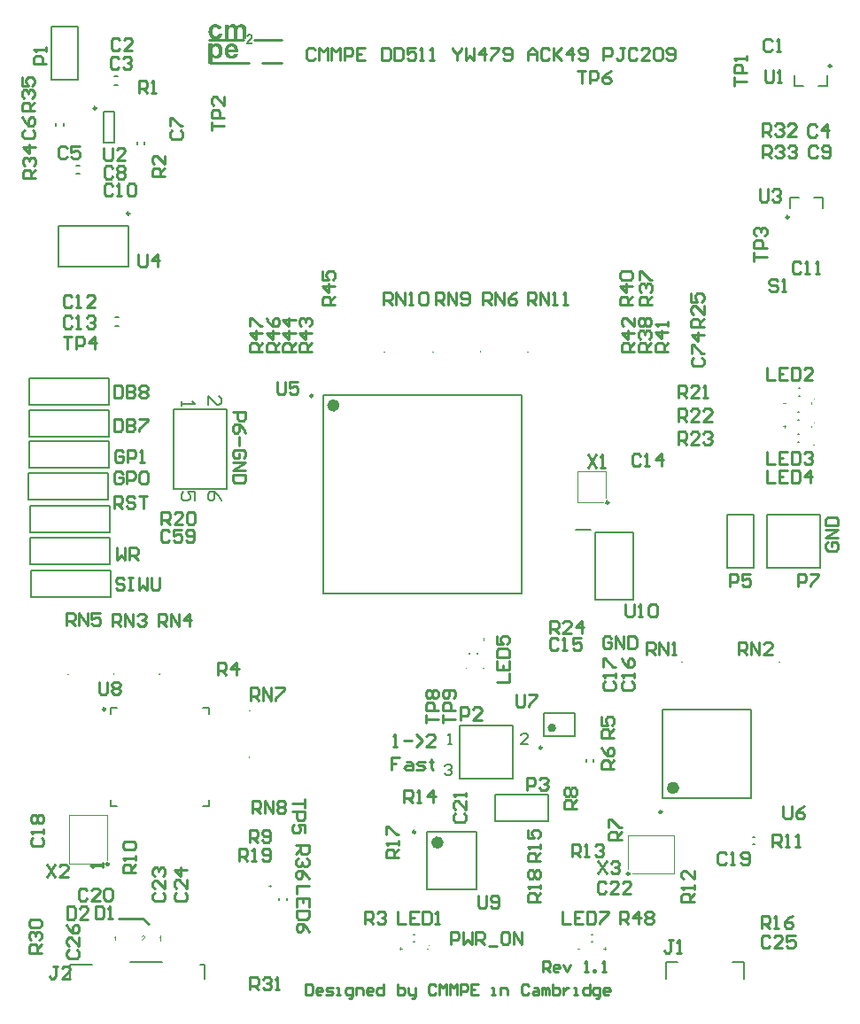
<source format=gbr>
%TF.GenerationSoftware,Altium Limited,Altium Designer,18.1.7 (191)*%
G04 Layer_Color=65535*
%FSLAX26Y26*%
%MOIN*%
%TF.FileFunction,Legend,Top*%
%TF.Part,Single*%
G01*
G75*
%TA.AperFunction,NonConductor*%
%ADD108C,0.003937*%
%ADD109C,0.007874*%
%ADD110C,0.010000*%
%ADD132C,0.009842*%
%ADD133C,0.015748*%
%ADD134C,0.023622*%
%ADD135C,0.008000*%
G36*
X998675Y3748931D02*
X999167Y3748876D01*
X999713Y3748822D01*
X1000313Y3748713D01*
X1000969Y3748604D01*
X1002388Y3748221D01*
X1003808Y3747675D01*
X1004572Y3747348D01*
X1005227Y3746965D01*
X1005937Y3746474D01*
X1006538Y3745928D01*
X1006592Y3745874D01*
X1006702Y3745819D01*
X1006811Y3745601D01*
X1007029Y3745382D01*
X1007302Y3745109D01*
X1007575Y3744727D01*
X1007848Y3744345D01*
X1008176Y3743853D01*
X1008722Y3742761D01*
X1009268Y3741506D01*
X1009486Y3740796D01*
X1009595Y3740031D01*
X1009705Y3739212D01*
X1009759Y3738393D01*
Y3738284D01*
Y3737956D01*
X1009705Y3737465D01*
X1009650Y3736865D01*
X1009541Y3736100D01*
X1009377Y3735281D01*
X1009159Y3734407D01*
X1008831Y3733534D01*
X1008776Y3733425D01*
X1008667Y3733152D01*
X1008449Y3732660D01*
X1008121Y3732060D01*
X1007739Y3731350D01*
X1007248Y3730531D01*
X1006647Y3729657D01*
X1005937Y3728729D01*
X1005883Y3728675D01*
X1005664Y3728401D01*
X1005337Y3728019D01*
X1004845Y3727473D01*
X1004190Y3726818D01*
X1003371Y3725945D01*
X1002388Y3725016D01*
X1001187Y3723870D01*
X1001132Y3723815D01*
X1001023Y3723760D01*
X1000859Y3723597D01*
X1000641Y3723378D01*
X1000040Y3722832D01*
X999331Y3722177D01*
X998621Y3721467D01*
X997911Y3720758D01*
X997256Y3720157D01*
X997037Y3719884D01*
X996819Y3719666D01*
X996764Y3719611D01*
X996655Y3719502D01*
X996491Y3719283D01*
X996273Y3719010D01*
X995782Y3718410D01*
X995345Y3717700D01*
X1009759D01*
Y3710984D01*
X984370D01*
Y3711039D01*
Y3711148D01*
X984425Y3711366D01*
X984479Y3711639D01*
X984534Y3711967D01*
X984589Y3712349D01*
X984807Y3713332D01*
X985135Y3714424D01*
X985571Y3715625D01*
X986117Y3716936D01*
X986827Y3718191D01*
Y3718246D01*
X986936Y3718355D01*
X987046Y3718573D01*
X987264Y3718792D01*
X987482Y3719174D01*
X987810Y3719556D01*
X988192Y3720048D01*
X988629Y3720594D01*
X989120Y3721249D01*
X989721Y3721904D01*
X990376Y3722669D01*
X991141Y3723488D01*
X991960Y3724307D01*
X992888Y3725235D01*
X993871Y3726218D01*
X994963Y3727255D01*
X995017Y3727309D01*
X995181Y3727473D01*
X995399Y3727692D01*
X995727Y3728019D01*
X996164Y3728347D01*
X996601Y3728784D01*
X997583Y3729767D01*
X998566Y3730804D01*
X999549Y3731841D01*
X999986Y3732278D01*
X1000423Y3732769D01*
X1000750Y3733152D01*
X1000969Y3733479D01*
X1001023Y3733588D01*
X1001187Y3733861D01*
X1001460Y3734298D01*
X1001733Y3734899D01*
X1002006Y3735554D01*
X1002279Y3736318D01*
X1002443Y3737083D01*
X1002497Y3737902D01*
Y3737956D01*
Y3738011D01*
Y3738284D01*
X1002443Y3738776D01*
X1002334Y3739322D01*
X1002170Y3739922D01*
X1001951Y3740523D01*
X1001624Y3741123D01*
X1001187Y3741669D01*
X1001132Y3741724D01*
X1000969Y3741888D01*
X1000641Y3742106D01*
X1000259Y3742325D01*
X999713Y3742543D01*
X999112Y3742761D01*
X998402Y3742925D01*
X997583Y3742980D01*
X997201D01*
X996764Y3742925D01*
X996273Y3742816D01*
X995672Y3742652D01*
X995072Y3742379D01*
X994471Y3742052D01*
X993925Y3741615D01*
X993871Y3741560D01*
X993707Y3741342D01*
X993488Y3741014D01*
X993270Y3740523D01*
X992997Y3739922D01*
X992779Y3739103D01*
X992560Y3738175D01*
X992451Y3737083D01*
X985244Y3737793D01*
Y3737847D01*
X985298Y3738066D01*
Y3738339D01*
X985408Y3738776D01*
X985462Y3739267D01*
X985626Y3739813D01*
X985790Y3740414D01*
X985954Y3741123D01*
X986500Y3742488D01*
X987155Y3743908D01*
X987592Y3744618D01*
X988083Y3745273D01*
X988629Y3745819D01*
X989230Y3746365D01*
X989284Y3746419D01*
X989393Y3746474D01*
X989557Y3746583D01*
X989830Y3746802D01*
X990158Y3746965D01*
X990595Y3747184D01*
X991031Y3747457D01*
X991577Y3747675D01*
X992178Y3747948D01*
X992833Y3748167D01*
X994253Y3748604D01*
X995945Y3748876D01*
X996819Y3748931D01*
X997747Y3748986D01*
X998293D01*
X998675Y3748931D01*
D02*
G37*
G36*
X968884Y3785253D02*
X970305Y3785034D01*
X971944Y3784706D01*
X973584Y3784269D01*
X975333Y3783723D01*
X976972Y3782848D01*
X977191Y3782739D01*
X977628Y3782411D01*
X978393Y3781865D01*
X979377Y3781099D01*
X980361Y3780006D01*
X981454Y3778804D01*
X982437Y3777383D01*
X983312Y3775634D01*
X983421Y3775525D01*
X983530Y3774979D01*
X983749Y3774104D01*
X984077Y3772902D01*
X984405Y3771372D01*
X984623Y3769404D01*
X984733Y3767000D01*
X984842Y3764267D01*
Y3729291D01*
X970305D01*
Y3760551D01*
Y3760660D01*
Y3760879D01*
Y3761316D01*
Y3761863D01*
X970196Y3763284D01*
X970086Y3764923D01*
X969977Y3766672D01*
X969649Y3768421D01*
X969321Y3769951D01*
X968993Y3770497D01*
X968775Y3771044D01*
X968665Y3771153D01*
X968338Y3771590D01*
X967900Y3772028D01*
X967245Y3772683D01*
X966370Y3773230D01*
X965277Y3773776D01*
X963966Y3774104D01*
X962545Y3774213D01*
X961998D01*
X961452Y3774104D01*
X960687Y3773995D01*
X959812Y3773776D01*
X958828Y3773448D01*
X957736Y3773011D01*
X956752Y3772355D01*
X956643Y3772246D01*
X956315Y3772028D01*
X955877Y3771590D01*
X955331Y3770934D01*
X954675Y3770169D01*
X954019Y3769295D01*
X953473Y3768202D01*
X952926Y3766890D01*
Y3766672D01*
X952708Y3766235D01*
X952598Y3765360D01*
X952380Y3764158D01*
X952161Y3762518D01*
X952052Y3760551D01*
X951833Y3758256D01*
Y3755523D01*
Y3729291D01*
X937296D01*
Y3759239D01*
Y3759349D01*
Y3759567D01*
Y3760005D01*
Y3760551D01*
Y3761863D01*
X937187Y3763502D01*
X937078Y3765251D01*
X936968Y3766890D01*
X936750Y3768421D01*
X936531Y3769076D01*
X936422Y3769514D01*
Y3769623D01*
X936313Y3769951D01*
X936094Y3770388D01*
X935875Y3770825D01*
X935110Y3772028D01*
X934564Y3772574D01*
X934017Y3773011D01*
X933908Y3773120D01*
X933689Y3773230D01*
X933362Y3773448D01*
X932924Y3773667D01*
X932269Y3773886D01*
X931504Y3773995D01*
X930629Y3774213D01*
X929099D01*
X928443Y3774104D01*
X927678Y3773995D01*
X926694Y3773776D01*
X925711Y3773448D01*
X924727Y3773011D01*
X923634Y3772355D01*
X923525Y3772246D01*
X923197Y3772028D01*
X922760Y3771590D01*
X922213Y3771044D01*
X921557Y3770279D01*
X920901Y3769404D01*
X920355Y3768311D01*
X919808Y3767109D01*
Y3767000D01*
X919590Y3766453D01*
X919481Y3765579D01*
X919262Y3764486D01*
X919043Y3762846D01*
X918934Y3760988D01*
X918715Y3758584D01*
Y3755851D01*
Y3729291D01*
X904178D01*
Y3784160D01*
X917513D01*
Y3776618D01*
X917622Y3776727D01*
X917841Y3776946D01*
X918278Y3777383D01*
X918825Y3778039D01*
X919481Y3778695D01*
X920246Y3779351D01*
X921229Y3780225D01*
X922322Y3780990D01*
X923525Y3781755D01*
X924836Y3782630D01*
X927678Y3784050D01*
X929317Y3784597D01*
X930957Y3785034D01*
X932706Y3785253D01*
X934564Y3785362D01*
X935438D01*
X936422Y3785253D01*
X937624Y3785144D01*
X939045Y3784816D01*
X940575Y3784488D01*
X942106Y3783941D01*
X943636Y3783176D01*
X943854Y3783067D01*
X944292Y3782739D01*
X945057Y3782302D01*
X945931Y3781537D01*
X946915Y3780553D01*
X948008Y3779460D01*
X949101Y3778039D01*
X950085Y3776509D01*
X950303Y3776727D01*
X950740Y3777274D01*
X951396Y3778039D01*
X952380Y3779023D01*
X953582Y3780116D01*
X954894Y3781209D01*
X956315Y3782302D01*
X957845Y3783176D01*
X958063Y3783285D01*
X958610Y3783504D01*
X959484Y3783832D01*
X960577Y3784269D01*
X961889Y3784706D01*
X963419Y3785034D01*
X965059Y3785253D01*
X966807Y3785362D01*
X967791D01*
X968884Y3785253D01*
D02*
G37*
G36*
X871279D02*
X872154D01*
X873137Y3785144D01*
X874230Y3785034D01*
X875433Y3784816D01*
X877947Y3784269D01*
X880570Y3783504D01*
X883193Y3782411D01*
X885597Y3780990D01*
X885707D01*
X885816Y3780771D01*
X886144Y3780553D01*
X886581Y3780225D01*
X887565Y3779241D01*
X888876Y3777820D01*
X890297Y3775962D01*
X891718Y3773776D01*
X893030Y3771153D01*
X894123Y3768093D01*
X879805Y3765470D01*
Y3765688D01*
X879695Y3766125D01*
X879477Y3766890D01*
X879149Y3767874D01*
X878602Y3768858D01*
X878056Y3769951D01*
X877291Y3770934D01*
X876416Y3771809D01*
X876307Y3771918D01*
X875979Y3772137D01*
X875433Y3772465D01*
X874668Y3772902D01*
X873684Y3773339D01*
X872591Y3773667D01*
X871279Y3773886D01*
X869858Y3773995D01*
X869640D01*
X868984Y3773886D01*
X868000Y3773776D01*
X866689Y3773558D01*
X865377Y3773011D01*
X863956Y3772355D01*
X862535Y3771481D01*
X861224Y3770169D01*
X861114Y3769951D01*
X860786Y3769404D01*
X860240Y3768530D01*
X859693Y3767218D01*
X859038Y3765470D01*
X858819Y3764486D01*
X858600Y3763393D01*
X858382Y3762081D01*
X858163Y3760770D01*
X858054Y3759239D01*
Y3757709D01*
Y3757600D01*
Y3757272D01*
Y3756726D01*
X858163Y3756070D01*
Y3755305D01*
X858273Y3754430D01*
X858491Y3752244D01*
X858819Y3749949D01*
X859475Y3747654D01*
X860240Y3745577D01*
X860786Y3744702D01*
X861333Y3743828D01*
X861442Y3743610D01*
X861989Y3743172D01*
X862644Y3742626D01*
X863628Y3741861D01*
X864940Y3741096D01*
X866361Y3740549D01*
X868110Y3740112D01*
X870077Y3739893D01*
X870733D01*
X871498Y3740003D01*
X872481Y3740221D01*
X873574Y3740440D01*
X874668Y3740877D01*
X875760Y3741423D01*
X876854Y3742189D01*
X876963Y3742298D01*
X877291Y3742626D01*
X877728Y3743172D01*
X878384Y3744047D01*
X879039Y3745140D01*
X879586Y3746561D01*
X880242Y3748309D01*
X880679Y3750277D01*
X894888Y3747872D01*
Y3747763D01*
X894779Y3747435D01*
X894669Y3746889D01*
X894451Y3746233D01*
X894123Y3745468D01*
X893795Y3744484D01*
X892921Y3742298D01*
X891828Y3739893D01*
X890297Y3737489D01*
X888439Y3735084D01*
X887346Y3733991D01*
X886253Y3733007D01*
X886144D01*
X885925Y3732789D01*
X885597Y3732570D01*
X885160Y3732242D01*
X884505Y3731914D01*
X883739Y3731477D01*
X882865Y3731040D01*
X881772Y3730603D01*
X880679Y3730056D01*
X879367Y3729619D01*
X878056Y3729182D01*
X876526Y3728854D01*
X874886Y3728526D01*
X873137Y3728307D01*
X871389Y3728198D01*
X869421Y3728089D01*
X868219D01*
X867454Y3728198D01*
X866470Y3728307D01*
X865268Y3728526D01*
X863956Y3728745D01*
X862535Y3729073D01*
X861005Y3729401D01*
X859475Y3729947D01*
X857835Y3730494D01*
X856305Y3731259D01*
X854666Y3732133D01*
X853135Y3733117D01*
X851715Y3734319D01*
X850294Y3735631D01*
X850184Y3735740D01*
X849966Y3735959D01*
X849638Y3736396D01*
X849201Y3737052D01*
X848654Y3737817D01*
X847998Y3738691D01*
X847452Y3739784D01*
X846796Y3741096D01*
X846031Y3742517D01*
X845484Y3744047D01*
X844829Y3745796D01*
X844282Y3747654D01*
X843845Y3749730D01*
X843517Y3751807D01*
X843298Y3754212D01*
X843189Y3756616D01*
Y3756726D01*
Y3757163D01*
Y3757928D01*
X843298Y3758802D01*
X843408Y3760005D01*
X843517Y3761316D01*
X843736Y3762737D01*
X844063Y3764376D01*
X844938Y3767765D01*
X845484Y3769514D01*
X846140Y3771262D01*
X847015Y3773011D01*
X847998Y3774651D01*
X849091Y3776181D01*
X850294Y3777711D01*
X850403Y3777820D01*
X850621Y3778039D01*
X851059Y3778367D01*
X851605Y3778913D01*
X852370Y3779460D01*
X853245Y3780116D01*
X854228Y3780881D01*
X855431Y3781537D01*
X856742Y3782302D01*
X858163Y3782957D01*
X859803Y3783613D01*
X861552Y3784160D01*
X863300Y3784706D01*
X865377Y3785034D01*
X867454Y3785253D01*
X869640Y3785362D01*
X870623D01*
X871279Y3785253D01*
D02*
G37*
G36*
X875433Y3712852D02*
X876198Y3712743D01*
X877181Y3712525D01*
X878274Y3712306D01*
X879367Y3711978D01*
X880679Y3711650D01*
X881881Y3711104D01*
X883302Y3710557D01*
X884614Y3709792D01*
X886035Y3708918D01*
X887346Y3707934D01*
X888658Y3706732D01*
X889970Y3705420D01*
X890079Y3705311D01*
X890297Y3705092D01*
X890625Y3704655D01*
X891062Y3703999D01*
X891500Y3703343D01*
X892046Y3702360D01*
X892702Y3701267D01*
X893358Y3700064D01*
X893904Y3698644D01*
X894560Y3697113D01*
X895107Y3695365D01*
X895653Y3693506D01*
X895981Y3691430D01*
X896309Y3689353D01*
X896528Y3686948D01*
X896637Y3684544D01*
Y3684434D01*
Y3683997D01*
Y3683232D01*
X896528Y3682249D01*
X896418Y3681155D01*
X896309Y3679844D01*
X896090Y3678314D01*
X895762Y3676784D01*
X894997Y3673286D01*
X894451Y3671537D01*
X893795Y3669788D01*
X893030Y3668039D01*
X892046Y3666400D01*
X891062Y3664760D01*
X889860Y3663230D01*
X889751Y3663121D01*
X889532Y3662902D01*
X889204Y3662575D01*
X888658Y3662028D01*
X888002Y3661481D01*
X887237Y3660826D01*
X886363Y3660170D01*
X885379Y3659514D01*
X884177Y3658749D01*
X882974Y3658093D01*
X880242Y3656891D01*
X878712Y3656344D01*
X877072Y3656017D01*
X875433Y3655798D01*
X873684Y3655689D01*
X872919D01*
X872044Y3655798D01*
X870951Y3655907D01*
X869640Y3656126D01*
X868219Y3656454D01*
X866798Y3656891D01*
X865377Y3657437D01*
X865268Y3657547D01*
X864721Y3657765D01*
X864065Y3658312D01*
X863082Y3658968D01*
X861879Y3659733D01*
X860677Y3660826D01*
X859256Y3662137D01*
X857726Y3663668D01*
Y3635905D01*
X843189D01*
Y3711760D01*
X856742D01*
Y3703671D01*
X856852Y3703890D01*
X857179Y3704327D01*
X857835Y3705092D01*
X858600Y3706076D01*
X859584Y3707169D01*
X860896Y3708262D01*
X862207Y3709355D01*
X863847Y3710339D01*
X864065Y3710448D01*
X864612Y3710776D01*
X865596Y3711213D01*
X866798Y3711650D01*
X868219Y3712087D01*
X869968Y3712525D01*
X871826Y3712852D01*
X873793Y3712962D01*
X874668D01*
X875433Y3712852D01*
D02*
G37*
G36*
X931066D02*
X932050Y3712743D01*
X933252Y3712525D01*
X934564Y3712306D01*
X935985Y3711978D01*
X937515Y3711541D01*
X939045Y3710994D01*
X940685Y3710339D01*
X942324Y3709464D01*
X943854Y3708590D01*
X945385Y3707497D01*
X946915Y3706185D01*
X948226Y3704764D01*
X948336Y3704655D01*
X948554Y3704436D01*
X948882Y3703890D01*
X949319Y3703234D01*
X949866Y3702360D01*
X950412Y3701376D01*
X951068Y3700064D01*
X951724Y3698644D01*
X952380Y3697004D01*
X953036Y3695146D01*
X953582Y3693178D01*
X954129Y3690883D01*
X954566Y3688479D01*
X954894Y3685855D01*
X955112Y3683123D01*
Y3680062D01*
X918825D01*
Y3679953D01*
Y3679735D01*
Y3679407D01*
X918934Y3678970D01*
X919043Y3677876D01*
X919262Y3676346D01*
X919699Y3674816D01*
X920355Y3673067D01*
X921120Y3671428D01*
X922213Y3670007D01*
X922322Y3669898D01*
X922869Y3669460D01*
X923525Y3668914D01*
X924508Y3668258D01*
X925711Y3667602D01*
X927241Y3667056D01*
X928880Y3666619D01*
X930629Y3666509D01*
X931176D01*
X931831Y3666619D01*
X932596Y3666728D01*
X933471Y3666947D01*
X934455Y3667274D01*
X935438Y3667712D01*
X936313Y3668367D01*
X936422Y3668477D01*
X936750Y3668695D01*
X937187Y3669133D01*
X937624Y3669788D01*
X938280Y3670663D01*
X938827Y3671646D01*
X939373Y3672958D01*
X939920Y3674379D01*
X954347Y3671974D01*
Y3671865D01*
X954238Y3671646D01*
X954019Y3671209D01*
X953801Y3670663D01*
X953473Y3670007D01*
X953145Y3669242D01*
X952161Y3667493D01*
X950959Y3665526D01*
X949429Y3663449D01*
X947571Y3661591D01*
X945494Y3659842D01*
X945385D01*
X945275Y3659623D01*
X944838Y3659514D01*
X944401Y3659186D01*
X943854Y3658858D01*
X943089Y3658530D01*
X942324Y3658202D01*
X941341Y3657765D01*
X939154Y3657000D01*
X936641Y3656344D01*
X933689Y3655907D01*
X930520Y3655689D01*
X929864D01*
X929208Y3655798D01*
X928225D01*
X927022Y3656017D01*
X925601Y3656235D01*
X924071Y3656454D01*
X922541Y3656891D01*
X920792Y3657328D01*
X919043Y3657984D01*
X917294Y3658749D01*
X915546Y3659623D01*
X913797Y3660716D01*
X912157Y3661919D01*
X910736Y3663340D01*
X909316Y3664979D01*
X909206Y3665088D01*
X909097Y3665307D01*
X908878Y3665744D01*
X908441Y3666291D01*
X908113Y3667056D01*
X907676Y3667930D01*
X907130Y3668914D01*
X906692Y3670116D01*
X906146Y3671428D01*
X905709Y3672849D01*
X905162Y3674379D01*
X904834Y3676128D01*
X904506Y3677876D01*
X904178Y3679735D01*
X904069Y3681811D01*
X903960Y3683888D01*
Y3683997D01*
Y3684434D01*
Y3685200D01*
X904069Y3686183D01*
X904178Y3687276D01*
X904288Y3688588D01*
X904506Y3690009D01*
X904834Y3691648D01*
X905709Y3695037D01*
X906255Y3696785D01*
X906911Y3698644D01*
X907785Y3700392D01*
X908769Y3702032D01*
X909862Y3703671D01*
X911064Y3705202D01*
X911174Y3705311D01*
X911392Y3705529D01*
X911830Y3705967D01*
X912376Y3706404D01*
X913032Y3706950D01*
X913906Y3707606D01*
X914890Y3708371D01*
X915983Y3709136D01*
X917185Y3709792D01*
X918606Y3710557D01*
X920027Y3711213D01*
X921667Y3711760D01*
X923306Y3712197D01*
X925164Y3712634D01*
X927022Y3712852D01*
X928990Y3712962D01*
X930192D01*
X931066Y3712852D01*
D02*
G37*
G36*
X2240787Y302576D02*
X2233134D01*
Y305050D01*
X2240787D01*
Y302576D01*
D02*
G37*
G36*
X2337117Y306106D02*
X2342646D01*
Y303778D01*
X2337117D01*
Y298307D01*
X2334818D01*
Y303778D01*
X2329348D01*
Y306106D01*
X2334818D01*
Y311577D01*
X2337117D01*
Y306106D01*
D02*
G37*
G36*
X3114262Y2353780D02*
X3111789D01*
Y2361433D01*
X3114262D01*
Y2353780D01*
D02*
G37*
G36*
X3012747Y2358429D02*
X3018276D01*
Y2356101D01*
X3012747D01*
Y2350630D01*
X3010448D01*
Y2356101D01*
X3004978D01*
Y2358429D01*
X3010448D01*
Y2363899D01*
X3012747D01*
Y2358429D01*
D02*
G37*
G36*
X3115247Y2266732D02*
X3112773D01*
Y2274386D01*
X3115247D01*
Y2266732D01*
D02*
G37*
G36*
X3013732Y2271381D02*
X3019261D01*
Y2269053D01*
X3013732D01*
Y2263583D01*
X3011433D01*
Y2269053D01*
X3005962D01*
Y2271381D01*
X3011433D01*
Y2276852D01*
X3013732D01*
Y2271381D01*
D02*
G37*
G36*
X1883165Y1360541D02*
X1875512D01*
Y1363014D01*
X1883165D01*
Y1360541D01*
D02*
G37*
G36*
X1880673Y1470930D02*
X1886144D01*
Y1468631D01*
X1880673D01*
Y1463102D01*
X1878345D01*
Y1468631D01*
X1872874D01*
Y1470930D01*
X1878345D01*
Y1476400D01*
X1880673D01*
Y1470930D01*
D02*
G37*
G36*
X1673189Y302576D02*
X1665536D01*
Y305050D01*
X1673189D01*
Y302576D01*
D02*
G37*
G36*
X1568613Y306106D02*
X1574142D01*
Y303778D01*
X1568613D01*
Y298307D01*
X1566314D01*
Y303778D01*
X1560844D01*
Y306106D01*
X1566314D01*
Y311577D01*
X1568613D01*
Y306106D01*
D02*
G37*
G36*
X1077169Y542229D02*
X1082640D01*
Y539930D01*
X1077169D01*
Y534401D01*
X1074841D01*
Y539930D01*
X1069370D01*
Y542229D01*
X1074841D01*
Y547700D01*
X1077169D01*
Y542229D01*
D02*
G37*
G36*
X1080173Y438415D02*
X1072520D01*
Y440889D01*
X1080173D01*
Y438415D01*
D02*
G37*
G36*
X664547Y334331D02*
X662073D01*
Y350074D01*
X662044Y350045D01*
X661898Y349928D01*
X661724Y349754D01*
X661433Y349550D01*
X661113Y349288D01*
X660705Y348997D01*
X660240Y348677D01*
X659716Y348357D01*
X659687D01*
X659658Y348328D01*
X659483Y348211D01*
X659192Y348066D01*
X658843Y347891D01*
X658436Y347688D01*
X657999Y347484D01*
X657562Y347280D01*
X657126Y347106D01*
Y349492D01*
X657155D01*
X657213Y349550D01*
X657330Y349579D01*
X657475Y349666D01*
X657650Y349754D01*
X657854Y349870D01*
X658348Y350161D01*
X658930Y350481D01*
X659512Y350889D01*
X660123Y351354D01*
X660734Y351849D01*
X660764Y351878D01*
X660793Y351907D01*
X660880Y351994D01*
X660996Y352082D01*
X661258Y352373D01*
X661607Y352722D01*
X661957Y353129D01*
X662335Y353595D01*
X662655Y354060D01*
X662946Y354555D01*
X664547D01*
Y334331D01*
D02*
G37*
G36*
X599505Y355038D02*
X599738Y355009D01*
X600029Y354980D01*
X600349Y354921D01*
X600669Y354863D01*
X601426Y354659D01*
X602183Y354368D01*
X602561Y354194D01*
X602939Y353990D01*
X603288Y353728D01*
X603609Y353437D01*
X603638Y353408D01*
X603696Y353379D01*
X603754Y353263D01*
X603870Y353146D01*
X604016Y353001D01*
X604161Y352797D01*
X604307Y352593D01*
X604481Y352332D01*
X604773Y351779D01*
X605063Y351080D01*
X605180Y350731D01*
X605238Y350324D01*
X605296Y349916D01*
X605325Y349480D01*
Y349421D01*
Y349276D01*
X605296Y349043D01*
X605267Y348723D01*
X605209Y348374D01*
X605093Y347966D01*
X604976Y347530D01*
X604802Y347094D01*
X604773Y347035D01*
X604714Y346890D01*
X604598Y346657D01*
X604423Y346337D01*
X604191Y345988D01*
X603899Y345551D01*
X603550Y345115D01*
X603143Y344620D01*
X603085Y344562D01*
X602939Y344387D01*
X602794Y344242D01*
X602648Y344096D01*
X602474Y343922D01*
X602241Y343689D01*
X602008Y343456D01*
X601717Y343194D01*
X601426Y342903D01*
X601077Y342583D01*
X600698Y342263D01*
X600291Y341885D01*
X599826Y341506D01*
X599360Y341099D01*
X599331Y341070D01*
X599273Y341012D01*
X599156Y340924D01*
X599011Y340808D01*
X598836Y340633D01*
X598632Y340459D01*
X598167Y340080D01*
X597672Y339644D01*
X597207Y339207D01*
X596799Y338829D01*
X596625Y338684D01*
X596479Y338538D01*
X596450Y338509D01*
X596363Y338422D01*
X596246Y338305D01*
X596101Y338131D01*
X595955Y337927D01*
X595781Y337723D01*
X595431Y337229D01*
X605355D01*
Y334842D01*
X591998D01*
Y334872D01*
Y334988D01*
Y335163D01*
X592027Y335395D01*
X592056Y335657D01*
X592114Y335948D01*
X592172Y336239D01*
X592289Y336559D01*
Y336588D01*
X592318Y336618D01*
X592376Y336792D01*
X592492Y337054D01*
X592667Y337403D01*
X592900Y337811D01*
X593191Y338276D01*
X593511Y338742D01*
X593918Y339236D01*
Y339266D01*
X593976Y339295D01*
X594122Y339469D01*
X594384Y339731D01*
X594762Y340110D01*
X595199Y340546D01*
X595751Y341070D01*
X596421Y341652D01*
X597148Y342263D01*
X597177Y342292D01*
X597294Y342379D01*
X597468Y342525D01*
X597672Y342699D01*
X597934Y342932D01*
X598254Y343194D01*
X598574Y343485D01*
X598952Y343805D01*
X599680Y344504D01*
X600408Y345202D01*
X600757Y345551D01*
X601077Y345900D01*
X601368Y346221D01*
X601601Y346541D01*
Y346570D01*
X601659Y346599D01*
X601717Y346686D01*
X601775Y346803D01*
X601979Y347123D01*
X602212Y347501D01*
X602415Y347966D01*
X602619Y348461D01*
X602736Y349014D01*
X602794Y349538D01*
Y349567D01*
Y349596D01*
X602765Y349771D01*
X602736Y350062D01*
X602648Y350382D01*
X602532Y350789D01*
X602328Y351197D01*
X602066Y351604D01*
X601717Y352011D01*
X601659Y352070D01*
X601513Y352186D01*
X601310Y352332D01*
X600990Y352535D01*
X600582Y352710D01*
X600116Y352884D01*
X599564Y353001D01*
X598952Y353030D01*
X598778D01*
X598662Y353001D01*
X598312Y352972D01*
X597905Y352884D01*
X597468Y352768D01*
X596974Y352564D01*
X596508Y352302D01*
X596072Y351953D01*
X596013Y351895D01*
X595897Y351750D01*
X595722Y351517D01*
X595548Y351168D01*
X595344Y350760D01*
X595169Y350236D01*
X595053Y349654D01*
X594995Y348985D01*
X592463Y349247D01*
Y349276D01*
X592492Y349363D01*
Y349509D01*
X592521Y349712D01*
X592580Y349945D01*
X592638Y350207D01*
X592725Y350527D01*
X592812Y350847D01*
X593045Y351546D01*
X593394Y352244D01*
X593598Y352593D01*
X593860Y352943D01*
X594122Y353263D01*
X594413Y353554D01*
X594442Y353583D01*
X594500Y353612D01*
X594587Y353699D01*
X594733Y353786D01*
X594908Y353903D01*
X595111Y354019D01*
X595344Y354165D01*
X595635Y354310D01*
X595955Y354456D01*
X596304Y354601D01*
X596683Y354718D01*
X597090Y354834D01*
X597527Y354921D01*
X597992Y355009D01*
X598487Y355038D01*
X599011Y355067D01*
X599302D01*
X599505Y355038D01*
D02*
G37*
G36*
X495255Y334842D02*
X492782D01*
Y350586D01*
X492752Y350557D01*
X492607Y350440D01*
X492432Y350265D01*
X492141Y350062D01*
X491821Y349800D01*
X491414Y349509D01*
X490948Y349189D01*
X490425Y348869D01*
X490395D01*
X490366Y348840D01*
X490192Y348723D01*
X489901Y348578D01*
X489551Y348403D01*
X489144Y348199D01*
X488708Y347996D01*
X488271Y347792D01*
X487835Y347617D01*
Y350004D01*
X487864D01*
X487922Y350062D01*
X488038Y350091D01*
X488184Y350178D01*
X488358Y350265D01*
X488562Y350382D01*
X489057Y350673D01*
X489639Y350993D01*
X490221Y351400D01*
X490832Y351866D01*
X491443Y352361D01*
X491472Y352390D01*
X491501Y352419D01*
X491589Y352506D01*
X491705Y352594D01*
X491967Y352885D01*
X492316Y353234D01*
X492665Y353641D01*
X493043Y354107D01*
X493364Y354572D01*
X493655Y355067D01*
X495255D01*
Y334842D01*
D02*
G37*
%LPC*%
G36*
X869749Y3701485D02*
X869530D01*
X868875Y3701376D01*
X867891Y3701267D01*
X866689Y3700939D01*
X865268Y3700502D01*
X863737Y3699736D01*
X862317Y3698753D01*
X860896Y3697332D01*
X860786Y3697113D01*
X860349Y3696567D01*
X859803Y3695583D01*
X859256Y3694271D01*
X858600Y3692523D01*
X858054Y3690446D01*
X857617Y3688041D01*
X857507Y3685200D01*
Y3685090D01*
Y3684762D01*
Y3684325D01*
X857617Y3683669D01*
Y3682904D01*
X857726Y3682030D01*
X857945Y3680062D01*
X858382Y3677767D01*
X859038Y3675472D01*
X859912Y3673395D01*
X860458Y3672412D01*
X861114Y3671537D01*
X861333Y3671318D01*
X861770Y3670881D01*
X862535Y3670116D01*
X863628Y3669351D01*
X864831Y3668586D01*
X866361Y3667821D01*
X868110Y3667384D01*
X869968Y3667165D01*
X870186D01*
X870842Y3667274D01*
X871716Y3667384D01*
X872919Y3667712D01*
X874230Y3668149D01*
X875651Y3668914D01*
X877072Y3669898D01*
X878384Y3671209D01*
X878493Y3671428D01*
X878930Y3671974D01*
X879477Y3672958D01*
X880133Y3674379D01*
X880351Y3675253D01*
X880679Y3676237D01*
X881007Y3677330D01*
X881226Y3678532D01*
X881444Y3679844D01*
X881663Y3681265D01*
X881772Y3682795D01*
Y3684434D01*
Y3684544D01*
Y3684872D01*
Y3685309D01*
Y3685855D01*
X881663Y3686620D01*
X881553Y3687386D01*
X881335Y3689244D01*
X880898Y3691320D01*
X880351Y3693506D01*
X879477Y3695474D01*
X878274Y3697223D01*
X878165Y3697441D01*
X877619Y3697878D01*
X876854Y3698534D01*
X875870Y3699409D01*
X874668Y3700174D01*
X873247Y3700829D01*
X871607Y3701267D01*
X869749Y3701485D01*
D02*
G37*
G36*
X929864Y3701813D02*
X929099D01*
X928225Y3701595D01*
X927131Y3701376D01*
X925929Y3700939D01*
X924618Y3700392D01*
X923306Y3699518D01*
X922104Y3698316D01*
X921994Y3698206D01*
X921667Y3697660D01*
X921120Y3696895D01*
X920573Y3695802D01*
X919918Y3694490D01*
X919481Y3692851D01*
X919153Y3690992D01*
X919043Y3688916D01*
X940685D01*
Y3689025D01*
Y3689244D01*
Y3689462D01*
X940575Y3689899D01*
X940466Y3691102D01*
X940247Y3692413D01*
X939810Y3693944D01*
X939264Y3695583D01*
X938389Y3697113D01*
X937406Y3698425D01*
X937296Y3698534D01*
X936859Y3698971D01*
X936203Y3699518D01*
X935329Y3700174D01*
X934236Y3700720D01*
X932924Y3701267D01*
X931504Y3701704D01*
X929864Y3701813D01*
D02*
G37*
%LPD*%
D108*
X2231570Y372997D02*
G03*
X2231570Y372997I-1968J0D01*
G01*
X1097239Y436294D02*
G03*
X1097239Y436294I-1968J0D01*
G01*
X1814365Y1360743D02*
G03*
X1814365Y1360743I-1968J0D01*
G01*
X3122210Y2201570D02*
G03*
X3122210Y2201570I-1968J0D01*
G01*
Y2283971D02*
G03*
X3122210Y2283971I-1968J0D01*
G01*
X3124336Y2375428D02*
G03*
X3124336Y2375428I-1968J0D01*
G01*
X1674335Y318892D02*
G03*
X1674335Y318892I-1968J0D01*
G01*
X460984Y640551D02*
Y809055D01*
X319252Y624409D02*
X447008D01*
X319252D02*
Y809055D01*
X460984D01*
X2232796Y1987578D02*
X2328858D01*
X2232796D02*
Y2104114D01*
X2330826D01*
X2337914D01*
Y2001522D02*
Y2104114D01*
X2439960Y590474D02*
X2594292D01*
X2421456Y606222D02*
Y731812D01*
X2594292Y590474D02*
Y731812D01*
X2421456D02*
X2594292D01*
D109*
X2045259Y2551142D02*
G03*
X2045259Y2551142I-850J0D01*
G01*
X1866755D02*
G03*
X1866755Y2551142I-850J0D01*
G01*
X1506480D02*
G03*
X1506480Y2551142I-850J0D01*
G01*
X1688055D02*
G03*
X1688055Y2551142I-850J0D01*
G01*
X996952Y1025984D02*
G03*
X996952Y1025984I-850J0D01*
G01*
Y1201142D02*
G03*
X996952Y1201142I-850J0D01*
G01*
X659531Y1338524D02*
G03*
X659531Y1338524I-850J0D01*
G01*
X487346Y1338543D02*
G03*
X487346Y1338543I-850J0D01*
G01*
X2625023Y1384605D02*
G03*
X2625023Y1384605I-850J0D01*
G01*
X314984Y1338543D02*
G03*
X314984Y1338543I-850J0D01*
G01*
X2992740Y1383898D02*
G03*
X2992740Y1383898I-850J0D01*
G01*
X710748Y2035079D02*
X910748D01*
X710748Y2335079D02*
X910748D01*
Y2035079D02*
Y2335079D01*
X710748Y2035079D02*
Y2335079D01*
Y2035079D02*
Y2226745D01*
X473425Y1628150D02*
Y1728150D01*
X173425Y1628150D02*
X473425D01*
X173425D02*
Y1728150D01*
X473425D01*
X472401Y1751220D02*
Y1851220D01*
X172401Y1751220D02*
X472401D01*
X172401D02*
Y1851220D01*
X472401D01*
X470354Y1872165D02*
Y1972165D01*
X170354Y1872165D02*
X470354D01*
X170354D02*
Y1972165D01*
X470354D01*
X168307Y2452323D02*
X468307D01*
X168307Y2352323D02*
Y2452323D01*
Y2352323D02*
X468307D01*
Y2452323D01*
X467283Y2233386D02*
Y2333386D01*
X167283Y2233386D02*
X467283D01*
X167283D02*
Y2333386D01*
X467283D01*
X467677Y2115197D02*
Y2215197D01*
X167677Y2115197D02*
X467677D01*
X167677D02*
Y2215197D01*
X467677D01*
X166654Y2095236D02*
X466654D01*
X166654Y1995236D02*
Y2095236D01*
Y1995236D02*
X466654D01*
Y2095236D01*
X2284213Y360709D02*
X2288149D01*
X2284213Y331181D02*
X2288149D01*
X2945315Y1738465D02*
Y1938465D01*
Y1738465D02*
X3145315D01*
X2945315Y1938465D02*
X3145315D01*
Y1738465D02*
Y1938465D01*
X2291654Y1010580D02*
Y1018454D01*
X2264094Y1010580D02*
Y1018454D01*
X2103819Y1105689D02*
X2221929D01*
X2103819Y1192303D02*
X2221929D01*
X2103819Y1105689D02*
Y1192303D01*
X2221929Y1105689D02*
Y1192303D01*
X2794291Y1938465D02*
X2894291D01*
Y1738465D02*
Y1938465D01*
X2794291Y1738465D02*
X2894291D01*
X2794291D02*
Y1938465D01*
X2296732Y1874173D02*
X2442401D01*
Y1618268D02*
Y1874173D01*
X2296732Y1618268D02*
X2442401D01*
X2296732D02*
Y1874173D01*
X2224882Y1884016D02*
X2282953D01*
X3049449Y3553268D02*
X3081929D01*
X3049449D02*
Y3592638D01*
X3139016Y3553268D02*
X3171496D01*
Y3592638D01*
X3032362Y3093229D02*
Y3132599D01*
X3064842D01*
X3154409Y3093229D02*
Y3132599D01*
X3121929D02*
X3154409D01*
X475926Y842952D02*
X499548D01*
X475926D02*
Y866576D01*
X822382Y842952D02*
X846004D01*
Y866576D01*
Y1189410D02*
Y1213032D01*
X822382D02*
X846004D01*
X475926D02*
X499548D01*
X475926Y1189410D02*
Y1213032D01*
X1665235Y528503D02*
X1850275D01*
X1665235Y745039D02*
X1850275D01*
Y528503D02*
Y745039D01*
X1665235Y528503D02*
Y745039D01*
X1921574Y784725D02*
X2121574D01*
Y884725D01*
X1921574D02*
X2121574D01*
X1921574Y784725D02*
Y884725D01*
X1137087Y490905D02*
Y494842D01*
X1107559Y490905D02*
Y494842D01*
X1854213Y1415354D02*
Y1419291D01*
X1824685Y1415354D02*
Y1419291D01*
X3061693Y2243386D02*
X3065630D01*
X3061693Y2213858D02*
X3065630D01*
X3061693Y2325787D02*
X3065630D01*
X3061693Y2296260D02*
X3065630D01*
X3063819Y2417244D02*
X3067756D01*
X3063819Y2387717D02*
X3067756D01*
X1273740Y1641772D02*
X2021772D01*
X1273740Y2389804D02*
X2021772D01*
Y1641772D02*
Y2389804D01*
X1273740Y1641772D02*
Y2389804D01*
X2857794Y194172D02*
Y257164D01*
X2814488D02*
X2857794D01*
X2566456D02*
X2609764D01*
X2566456Y194172D02*
Y257164D01*
X449528Y3457480D02*
X488898D01*
X449528Y3339370D02*
X488898D01*
X449528D02*
Y3457480D01*
X488898Y3339370D02*
Y3457480D01*
X574882Y3333582D02*
Y3341456D01*
X602440Y3333582D02*
Y3341456D01*
X1987047Y946142D02*
Y1146142D01*
X1787047D02*
X1987047D01*
X1787047Y946142D02*
X1987047D01*
X1787047D02*
Y1146142D01*
X323070Y247028D02*
X405550D01*
X811062D02*
X828976D01*
X323070Y194074D02*
Y247028D01*
X828976Y194074D02*
Y247028D01*
X547282Y256870D02*
X668542D01*
X1613819Y331181D02*
X1617755D01*
X1613819Y360709D02*
X1617755D01*
X2886458Y871890D02*
Y1206536D01*
X2551812Y871890D02*
Y1206536D01*
X2886458D01*
X2551812Y871890D02*
X2886458D01*
X2890236Y726101D02*
X2898110D01*
X2890236Y698543D02*
X2898110D01*
X489606Y3588032D02*
X501418D01*
X489606Y3556536D02*
X501418D01*
X279184Y2872362D02*
Y3025906D01*
X542964Y2872362D02*
Y3025906D01*
X279184Y2872362D02*
X542964D01*
X279184Y3025906D02*
X542964D01*
X251024Y3575472D02*
Y3775472D01*
Y3575472D02*
X351024D01*
Y3775472D01*
X251024D02*
X351024D01*
X345170Y3221890D02*
X356980D01*
X345170Y3253386D02*
X356980D01*
X491956Y2650410D02*
X503768D01*
X491956Y2681906D02*
X503768D01*
X268426Y3401536D02*
Y3413346D01*
X299922Y3401536D02*
Y3413346D01*
D110*
X595748Y420118D02*
X617244Y398622D01*
X506535Y420118D02*
X595748D01*
X847480Y3640787D02*
X995788D01*
X1043465D02*
X1119134D01*
X1015315Y3727165D02*
X1118189D01*
X845512Y3727165D02*
X975591D01*
X3173871Y1835698D02*
X3165999Y1827827D01*
Y1812084D01*
X3173871Y1804213D01*
X3205357D01*
X3213228Y1812084D01*
Y1827827D01*
X3205357Y1835698D01*
X3189614D01*
Y1819956D01*
X3213228Y1851441D02*
X3165999D01*
X3213228Y1882927D01*
X3165999D01*
Y1898670D02*
X3213228D01*
Y1922285D01*
X3205357Y1930156D01*
X3173871D01*
X3165999Y1922285D01*
Y1898670D01*
X2359281Y1473806D02*
X2351410Y1481678D01*
X2335667D01*
X2327795Y1473806D01*
Y1442320D01*
X2335667Y1434449D01*
X2351410D01*
X2359281Y1442320D01*
Y1458063D01*
X2343538D01*
X2375024Y1434449D02*
Y1481678D01*
X2406510Y1434449D01*
Y1481678D01*
X2422253D02*
Y1434449D01*
X2445867D01*
X2453739Y1442320D01*
Y1473806D01*
X2445867Y1481678D01*
X2422253D01*
X446339Y612047D02*
Y627790D01*
Y619919D01*
X399110D01*
X406981Y612047D01*
X1563179Y1025969D02*
X1531693D01*
Y1002355D01*
X1547436D01*
X1531693D01*
Y978740D01*
X1586793Y1010226D02*
X1602536D01*
X1610408Y1002355D01*
Y978740D01*
X1586793D01*
X1578922Y986612D01*
X1586793Y994483D01*
X1610408D01*
X1626150Y978740D02*
X1649765D01*
X1657636Y986612D01*
X1649765Y994483D01*
X1634022D01*
X1626150Y1002355D01*
X1634022Y1010226D01*
X1657636D01*
X1681251Y1018098D02*
Y1010226D01*
X1673379D01*
X1689122D01*
X1681251D01*
Y986612D01*
X1689122Y978740D01*
X1537362Y1065354D02*
X1553105D01*
X1545234D01*
Y1112583D01*
X1537362Y1104712D01*
X1576720Y1088969D02*
X1608206D01*
X1623948Y1065354D02*
X1647563Y1088969D01*
X1623948Y1112583D01*
X1694792Y1065354D02*
X1663306D01*
X1694792Y1096840D01*
Y1104712D01*
X1686920Y1112583D01*
X1671177D01*
X1663306Y1104712D01*
X1755079Y323779D02*
Y371008D01*
X1778693D01*
X1786565Y363137D01*
Y347394D01*
X1778693Y339522D01*
X1755079D01*
X1802307Y371008D02*
Y323779D01*
X1818050Y339522D01*
X1833793Y323779D01*
Y371008D01*
X1849536Y323779D02*
Y371008D01*
X1873151D01*
X1881022Y363137D01*
Y347394D01*
X1873151Y339522D01*
X1849536D01*
X1865279D02*
X1881022Y323779D01*
X1896765Y315908D02*
X1928251D01*
X1967608Y371008D02*
X1951865D01*
X1943994Y363137D01*
Y331651D01*
X1951865Y323779D01*
X1967608D01*
X1975480Y331651D01*
Y363137D01*
X1967608Y371008D01*
X1991223Y323779D02*
Y371008D01*
X2022709Y323779D01*
Y371008D01*
X2100669Y219095D02*
Y258452D01*
X2120348D01*
X2126907Y251892D01*
Y238773D01*
X2120348Y232214D01*
X2100669D01*
X2113788D02*
X2126907Y219095D01*
X2159705D02*
X2146586D01*
X2140027Y225654D01*
Y238773D01*
X2146586Y245333D01*
X2159705D01*
X2166265Y238773D01*
Y232214D01*
X2140027D01*
X2179384Y245333D02*
X2192503Y219095D01*
X2205622Y245333D01*
X2258099Y219095D02*
X2271218D01*
X2264659D01*
Y258452D01*
X2258099Y251892D01*
X2290897Y219095D02*
Y225654D01*
X2297456D01*
Y219095D01*
X2290897D01*
X2323695D02*
X2336814D01*
X2330254D01*
Y258452D01*
X2323695Y251892D01*
X1207520Y171995D02*
Y132638D01*
X1227198D01*
X1233758Y139197D01*
Y165436D01*
X1227198Y171995D01*
X1207520D01*
X1266556Y132638D02*
X1253437D01*
X1246877Y139197D01*
Y152316D01*
X1253437Y158876D01*
X1266556D01*
X1273115Y152316D01*
Y145757D01*
X1246877D01*
X1286235Y132638D02*
X1305913D01*
X1312473Y139197D01*
X1305913Y145757D01*
X1292794D01*
X1286235Y152316D01*
X1292794Y158876D01*
X1312473D01*
X1325592Y132638D02*
X1338711D01*
X1332151D01*
Y158876D01*
X1325592D01*
X1371509Y119519D02*
X1378068D01*
X1384628Y126078D01*
Y158876D01*
X1364949D01*
X1358390Y152316D01*
Y139197D01*
X1364949Y132638D01*
X1384628D01*
X1397747D02*
Y158876D01*
X1417426D01*
X1423985Y152316D01*
Y132638D01*
X1456783D02*
X1443664D01*
X1437104Y139197D01*
Y152316D01*
X1443664Y158876D01*
X1456783D01*
X1463343Y152316D01*
Y145757D01*
X1437104D01*
X1502700Y171995D02*
Y132638D01*
X1483022D01*
X1476462Y139197D01*
Y152316D01*
X1483022Y158876D01*
X1502700D01*
X1555177Y171995D02*
Y132638D01*
X1574855D01*
X1581415Y139197D01*
Y145757D01*
Y152316D01*
X1574855Y158876D01*
X1555177D01*
X1594534D02*
Y139197D01*
X1601094Y132638D01*
X1620772D01*
Y126078D01*
X1614213Y119519D01*
X1607653D01*
X1620772Y132638D02*
Y158876D01*
X1699487Y165436D02*
X1692928Y171995D01*
X1679809D01*
X1673249Y165436D01*
Y139197D01*
X1679809Y132638D01*
X1692928D01*
X1699487Y139197D01*
X1712606Y132638D02*
Y171995D01*
X1725725Y158876D01*
X1738844Y171995D01*
Y132638D01*
X1751964D02*
Y171995D01*
X1765083Y158876D01*
X1778202Y171995D01*
Y132638D01*
X1791321D02*
Y171995D01*
X1811000D01*
X1817559Y165436D01*
Y152316D01*
X1811000Y145757D01*
X1791321D01*
X1856917Y171995D02*
X1830678D01*
Y132638D01*
X1856917D01*
X1830678Y152316D02*
X1843798D01*
X1909393Y132638D02*
X1922512D01*
X1915953D01*
Y158876D01*
X1909393D01*
X1942191Y132638D02*
Y158876D01*
X1961870D01*
X1968429Y152316D01*
Y132638D01*
X2047144Y165436D02*
X2040585Y171995D01*
X2027466D01*
X2020906Y165436D01*
Y139197D01*
X2027466Y132638D01*
X2040585D01*
X2047144Y139197D01*
X2066823Y158876D02*
X2079942D01*
X2086501Y152316D01*
Y132638D01*
X2066823D01*
X2060263Y139197D01*
X2066823Y145757D01*
X2086501D01*
X2099621Y132638D02*
Y158876D01*
X2106180D01*
X2112740Y152316D01*
Y132638D01*
Y152316D01*
X2119299Y158876D01*
X2125859Y152316D01*
Y132638D01*
X2138978Y171995D02*
Y132638D01*
X2158657D01*
X2165216Y139197D01*
Y145757D01*
Y152316D01*
X2158657Y158876D01*
X2138978D01*
X2178336D02*
Y132638D01*
Y145757D01*
X2184895Y152316D01*
X2191455Y158876D01*
X2198014D01*
X2217693Y132638D02*
X2230812D01*
X2224253D01*
Y158876D01*
X2217693D01*
X2276729Y171995D02*
Y132638D01*
X2257050D01*
X2250491Y139197D01*
Y152316D01*
X2257050Y158876D01*
X2276729D01*
X2302967Y119519D02*
X2309527D01*
X2316086Y126078D01*
Y158876D01*
X2296408D01*
X2289848Y152316D01*
Y139197D01*
X2296408Y132638D01*
X2316086D01*
X2348884D02*
X2335765D01*
X2329206Y139197D01*
Y152316D01*
X2335765Y158876D01*
X2348884D01*
X2355444Y152316D01*
Y145757D01*
X2329206D01*
X1243691Y3689042D02*
X1235819Y3696914D01*
X1220076D01*
X1212205Y3689042D01*
Y3657557D01*
X1220076Y3649685D01*
X1235819D01*
X1243691Y3657557D01*
X1259434Y3649685D02*
Y3696914D01*
X1275176Y3681171D01*
X1290919Y3696914D01*
Y3649685D01*
X1306662D02*
Y3696914D01*
X1322405Y3681171D01*
X1338148Y3696914D01*
Y3649685D01*
X1353891D02*
Y3696914D01*
X1377505D01*
X1385377Y3689042D01*
Y3673299D01*
X1377505Y3665428D01*
X1353891D01*
X1432606Y3696914D02*
X1401120D01*
Y3649685D01*
X1432606D01*
X1401120Y3673299D02*
X1416863D01*
X1495578Y3696914D02*
Y3649685D01*
X1519192D01*
X1527063Y3657557D01*
Y3689042D01*
X1519192Y3696914D01*
X1495578D01*
X1542806D02*
Y3649685D01*
X1566421D01*
X1574292Y3657557D01*
Y3689042D01*
X1566421Y3696914D01*
X1542806D01*
X1621521D02*
X1590035D01*
Y3673299D01*
X1605778Y3681171D01*
X1613649D01*
X1621521Y3673299D01*
Y3657557D01*
X1613649Y3649685D01*
X1597907D01*
X1590035Y3657557D01*
X1637264Y3649685D02*
X1653007D01*
X1645135D01*
Y3696914D01*
X1637264Y3689042D01*
X1676621Y3649685D02*
X1692364D01*
X1684493D01*
Y3696914D01*
X1676621Y3689042D01*
X1763207Y3696914D02*
Y3689042D01*
X1778950Y3673299D01*
X1794693Y3689042D01*
Y3696914D01*
X1778950Y3673299D02*
Y3649685D01*
X1810436Y3696914D02*
Y3649685D01*
X1826179Y3665428D01*
X1841922Y3649685D01*
Y3696914D01*
X1881280Y3649685D02*
Y3696914D01*
X1857665Y3673299D01*
X1889151D01*
X1904894Y3696914D02*
X1936380D01*
Y3689042D01*
X1904894Y3657557D01*
Y3649685D01*
X1952123Y3657557D02*
X1959994Y3649685D01*
X1975737D01*
X1983609Y3657557D01*
Y3689042D01*
X1975737Y3696914D01*
X1959994D01*
X1952123Y3689042D01*
Y3681171D01*
X1959994Y3673299D01*
X1983609D01*
X2046580Y3649685D02*
Y3681171D01*
X2062323Y3696914D01*
X2078066Y3681171D01*
Y3649685D01*
Y3673299D01*
X2046580D01*
X2125295Y3689042D02*
X2117423Y3696914D01*
X2101681D01*
X2093809Y3689042D01*
Y3657557D01*
X2101681Y3649685D01*
X2117423D01*
X2125295Y3657557D01*
X2141038Y3696914D02*
Y3649685D01*
Y3665428D01*
X2172524Y3696914D01*
X2148909Y3673299D01*
X2172524Y3649685D01*
X2211881D02*
Y3696914D01*
X2188267Y3673299D01*
X2219753D01*
X2235495Y3657557D02*
X2243367Y3649685D01*
X2259110D01*
X2266981Y3657557D01*
Y3689042D01*
X2259110Y3696914D01*
X2243367D01*
X2235495Y3689042D01*
Y3681171D01*
X2243367Y3673299D01*
X2266981D01*
X2329953Y3649685D02*
Y3696914D01*
X2353568D01*
X2361439Y3689042D01*
Y3673299D01*
X2353568Y3665428D01*
X2329953D01*
X2408668Y3696914D02*
X2392925D01*
X2400796D01*
Y3657557D01*
X2392925Y3649685D01*
X2385053D01*
X2377182Y3657557D01*
X2455897Y3689042D02*
X2448025Y3696914D01*
X2432282D01*
X2424411Y3689042D01*
Y3657557D01*
X2432282Y3649685D01*
X2448025D01*
X2455897Y3657557D01*
X2503125Y3649685D02*
X2471640D01*
X2503125Y3681171D01*
Y3689042D01*
X2495254Y3696914D01*
X2479511D01*
X2471640Y3689042D01*
X2518868D02*
X2526740Y3696914D01*
X2542483D01*
X2550354Y3689042D01*
Y3657557D01*
X2542483Y3649685D01*
X2526740D01*
X2518868Y3657557D01*
Y3689042D01*
X2566097Y3657557D02*
X2573969Y3649685D01*
X2589711D01*
X2597583Y3657557D01*
Y3689042D01*
X2589711Y3696914D01*
X2573969D01*
X2566097Y3689042D01*
Y3681171D01*
X2573969Y3673299D01*
X2597583D01*
X487756Y2425654D02*
Y2378425D01*
X511370D01*
X519242Y2386297D01*
Y2417783D01*
X511370Y2425654D01*
X487756D01*
X534985D02*
Y2378425D01*
X558599D01*
X566471Y2386297D01*
Y2394168D01*
X558599Y2402040D01*
X534985D01*
X558599D01*
X566471Y2409911D01*
Y2417783D01*
X558599Y2425654D01*
X534985D01*
X582213Y2417783D02*
X590085Y2425654D01*
X605828D01*
X613699Y2417783D01*
Y2409911D01*
X605828Y2402040D01*
X613699Y2394168D01*
Y2386297D01*
X605828Y2378425D01*
X590085D01*
X582213Y2386297D01*
Y2394168D01*
X590085Y2402040D01*
X582213Y2409911D01*
Y2417783D01*
X590085Y2402040D02*
X605828D01*
X487756Y2300536D02*
Y2253307D01*
X511370D01*
X519242Y2261179D01*
Y2292664D01*
X511370Y2300536D01*
X487756D01*
X534985D02*
Y2253307D01*
X558599D01*
X566471Y2261179D01*
Y2269050D01*
X558599Y2276921D01*
X534985D01*
X558599D01*
X566471Y2284793D01*
Y2292664D01*
X558599Y2300536D01*
X534985D01*
X582213D02*
X613699D01*
Y2292664D01*
X582213Y2261179D01*
Y2253307D01*
X486732Y1963780D02*
Y2011008D01*
X510347D01*
X518218Y2003137D01*
Y1987394D01*
X510347Y1979522D01*
X486732D01*
X502475D02*
X518218Y1963780D01*
X565447Y2003137D02*
X557576Y2011008D01*
X541833D01*
X533961Y2003137D01*
Y1995265D01*
X541833Y1987394D01*
X557576D01*
X565447Y1979522D01*
Y1971651D01*
X557576Y1963780D01*
X541833D01*
X533961Y1971651D01*
X581190Y2011008D02*
X612676D01*
X596933D01*
Y1963780D01*
X498110Y1817662D02*
Y1770433D01*
X513853Y1786176D01*
X529596Y1770433D01*
Y1817662D01*
X545339Y1770433D02*
Y1817662D01*
X568953D01*
X576825Y1809791D01*
Y1794047D01*
X568953Y1786176D01*
X545339D01*
X561082D02*
X576825Y1770433D01*
X525462Y1695027D02*
X517591Y1702898D01*
X501848D01*
X493976Y1695027D01*
Y1687155D01*
X501848Y1679284D01*
X517591D01*
X525462Y1671412D01*
Y1663541D01*
X517591Y1655669D01*
X501848D01*
X493976Y1663541D01*
X541205Y1702898D02*
X556948D01*
X549077D01*
Y1655669D01*
X541205D01*
X556948D01*
X580563Y1702898D02*
Y1655669D01*
X596306Y1671412D01*
X612048Y1655669D01*
Y1702898D01*
X627791D02*
Y1663541D01*
X635663Y1655669D01*
X651406D01*
X659277Y1663541D01*
Y1702898D01*
X522352Y2174791D02*
X514481Y2182662D01*
X498738D01*
X490866Y2174791D01*
Y2143305D01*
X498738Y2135433D01*
X514481D01*
X522352Y2143305D01*
Y2159048D01*
X506609D01*
X538095Y2135433D02*
Y2182662D01*
X561709D01*
X569581Y2174791D01*
Y2159048D01*
X561709Y2151176D01*
X538095D01*
X585324Y2135433D02*
X601067D01*
X593195D01*
Y2182662D01*
X585324Y2174791D01*
X2391417Y399646D02*
Y446875D01*
X2415032D01*
X2422903Y439003D01*
Y423260D01*
X2415032Y415389D01*
X2391417D01*
X2407160D02*
X2422903Y399646D01*
X2462260D02*
Y446875D01*
X2438646Y423260D01*
X2470132D01*
X2485875Y439003D02*
X2493746Y446875D01*
X2509489D01*
X2517361Y439003D01*
Y431132D01*
X2509489Y423260D01*
X2517361Y415389D01*
Y407517D01*
X2509489Y399646D01*
X2493746D01*
X2485875Y407517D01*
Y415389D01*
X2493746Y423260D01*
X2485875Y431132D01*
Y439003D01*
X2493746Y423260D02*
X2509489D01*
X2173780Y446875D02*
Y399646D01*
X2205265D01*
X2252494Y446875D02*
X2221008D01*
Y399646D01*
X2252494D01*
X2221008Y423260D02*
X2236751D01*
X2268237Y446875D02*
Y399646D01*
X2291852D01*
X2299723Y407517D01*
Y439003D01*
X2291852Y446875D01*
X2268237D01*
X2315466D02*
X2346952D01*
Y439003D01*
X2315466Y407517D01*
Y399646D01*
X3060158Y1669331D02*
Y1716560D01*
X3083772D01*
X3091644Y1708688D01*
Y1692945D01*
X3083772Y1685074D01*
X3060158D01*
X3107386Y1716560D02*
X3138872D01*
Y1708688D01*
X3107386Y1677202D01*
Y1669331D01*
X2438622Y2729173D02*
X2391393D01*
Y2752788D01*
X2399265Y2760659D01*
X2415008D01*
X2422879Y2752788D01*
Y2729173D01*
Y2744916D02*
X2438622Y2760659D01*
Y2800016D02*
X2391393D01*
X2415008Y2776402D01*
Y2807888D01*
X2399265Y2823631D02*
X2391393Y2831502D01*
Y2847245D01*
X2399265Y2855117D01*
X2430751D01*
X2438622Y2847245D01*
Y2831502D01*
X2430751Y2823631D01*
X2399265D01*
X1725015Y1154882D02*
Y1186368D01*
Y1170625D01*
X1772244D01*
Y1202111D02*
X1725015D01*
Y1225725D01*
X1732887Y1233597D01*
X1748630D01*
X1756501Y1225725D01*
Y1202111D01*
X1764373Y1249340D02*
X1772244Y1257211D01*
Y1272954D01*
X1764373Y1280825D01*
X1732887D01*
X1725015Y1272954D01*
Y1257211D01*
X1732887Y1249340D01*
X1740758D01*
X1748630Y1257211D01*
Y1280825D01*
X1660409Y1154882D02*
Y1186368D01*
Y1170625D01*
X1707638D01*
Y1202111D02*
X1660409D01*
Y1225725D01*
X1668280Y1233597D01*
X1684023D01*
X1691895Y1225725D01*
Y1202111D01*
X1668280Y1249340D02*
X1660409Y1257211D01*
Y1272954D01*
X1668280Y1280825D01*
X1676152D01*
X1684023Y1272954D01*
X1691895Y1280825D01*
X1699766D01*
X1707638Y1272954D01*
Y1257211D01*
X1699766Y1249340D01*
X1691895D01*
X1684023Y1257211D01*
X1676152Y1249340D01*
X1668280D01*
X1684023Y1257211D02*
Y1272954D01*
X2369606Y984095D02*
X2322378D01*
Y1007709D01*
X2330249Y1015580D01*
X2345992D01*
X2353863Y1007709D01*
Y984095D01*
Y999837D02*
X2369606Y1015580D01*
X2322378Y1062809D02*
X2330249Y1047066D01*
X2345992Y1031323D01*
X2361735D01*
X2369606Y1039195D01*
Y1054938D01*
X2361735Y1062809D01*
X2353863D01*
X2345992Y1054938D01*
Y1031323D01*
X2129055Y1492756D02*
Y1539985D01*
X2152669D01*
X2160541Y1532113D01*
Y1516370D01*
X2152669Y1508499D01*
X2129055D01*
X2144798D02*
X2160541Y1492756D01*
X2207770D02*
X2176284D01*
X2207770Y1524242D01*
Y1532113D01*
X2199898Y1539985D01*
X2184155D01*
X2176284Y1532113D01*
X2247127Y1492756D02*
Y1539985D01*
X2223513Y1516370D01*
X2254999D01*
X2231102Y3608922D02*
X2262588D01*
X2246845D01*
Y3561693D01*
X2278331D02*
Y3608922D01*
X2301946D01*
X2309817Y3601050D01*
Y3585307D01*
X2301946Y3577436D01*
X2278331D01*
X2357046Y3608922D02*
X2341303Y3601050D01*
X2325560Y3585307D01*
Y3569564D01*
X2333432Y3561693D01*
X2349174D01*
X2357046Y3569564D01*
Y3577436D01*
X2349174Y3585307D01*
X2325560D01*
X1318150Y2729173D02*
X1270921D01*
Y2752788D01*
X1278792Y2760659D01*
X1294535D01*
X1302407Y2752788D01*
Y2729173D01*
Y2744916D02*
X1318150Y2760659D01*
Y2800016D02*
X1270921D01*
X1294535Y2776402D01*
Y2807888D01*
X1270921Y2855117D02*
Y2823631D01*
X1294535D01*
X1286664Y2839374D01*
Y2847245D01*
X1294535Y2855117D01*
X1310278D01*
X1318150Y2847245D01*
Y2831502D01*
X1310278Y2823631D01*
X1170118Y2553504D02*
X1122889D01*
Y2577118D01*
X1130761Y2584990D01*
X1146504D01*
X1154375Y2577118D01*
Y2553504D01*
Y2569247D02*
X1170118Y2584990D01*
Y2624347D02*
X1122889D01*
X1146504Y2600733D01*
Y2632219D01*
X1170118Y2671576D02*
X1122889D01*
X1146504Y2647961D01*
Y2679447D01*
X2044000Y2728661D02*
Y2775890D01*
X2067614D01*
X2075486Y2768019D01*
Y2752276D01*
X2067614Y2744404D01*
X2044000D01*
X2059743D02*
X2075486Y2728661D01*
X2091229D02*
Y2775890D01*
X2122715Y2728661D01*
Y2775890D01*
X2138458Y2728661D02*
X2154200D01*
X2146329D01*
Y2775890D01*
X2138458Y2768019D01*
X2177815Y2728661D02*
X2193558D01*
X2185686D01*
Y2775890D01*
X2177815Y2768019D01*
X1502598Y2728661D02*
Y2775890D01*
X1526213D01*
X1534084Y2768019D01*
Y2752276D01*
X1526213Y2744404D01*
X1502598D01*
X1518341D02*
X1534084Y2728661D01*
X1549827D02*
Y2775890D01*
X1581313Y2728661D01*
Y2775890D01*
X1597056Y2728661D02*
X1612799D01*
X1604928D01*
Y2775890D01*
X1597056Y2768019D01*
X1636413D02*
X1644285Y2775890D01*
X1660028D01*
X1667899Y2768019D01*
Y2736533D01*
X1660028Y2728661D01*
X1644285D01*
X1636413Y2736533D01*
Y2768019D01*
X1697598Y2728661D02*
Y2775890D01*
X1721213D01*
X1729084Y2768019D01*
Y2752276D01*
X1721213Y2744404D01*
X1697598D01*
X1713341D02*
X1729084Y2728661D01*
X1744827D02*
Y2775890D01*
X1776313Y2728661D01*
Y2775890D01*
X1792056Y2736533D02*
X1799928Y2728661D01*
X1815670D01*
X1823542Y2736533D01*
Y2768019D01*
X1815670Y2775890D01*
X1799928D01*
X1792056Y2768019D01*
Y2760147D01*
X1799928Y2752276D01*
X1823542D01*
X1875945Y2728661D02*
Y2775890D01*
X1899559D01*
X1907431Y2768019D01*
Y2752276D01*
X1899559Y2744404D01*
X1875945D01*
X1891688D02*
X1907431Y2728661D01*
X1923174D02*
Y2775890D01*
X1954660Y2728661D01*
Y2775890D01*
X2001888D02*
X1986145Y2768019D01*
X1970402Y2752276D01*
Y2736533D01*
X1978274Y2728661D01*
X1994017D01*
X2001888Y2736533D01*
Y2744404D01*
X1994017Y2752276D01*
X1970402D01*
X1045906Y2553504D02*
X998677D01*
Y2577118D01*
X1006548Y2584990D01*
X1022291D01*
X1030163Y2577118D01*
Y2553504D01*
Y2569247D02*
X1045906Y2584990D01*
Y2624347D02*
X998677D01*
X1022291Y2600733D01*
Y2632219D01*
X998677Y2647961D02*
Y2679447D01*
X1006548D01*
X1038034Y2647961D01*
X1045906D01*
X1109370Y2553504D02*
X1062141D01*
Y2577118D01*
X1070013Y2584990D01*
X1085756D01*
X1093627Y2577118D01*
Y2553504D01*
Y2569247D02*
X1109370Y2584990D01*
Y2624347D02*
X1062141D01*
X1085756Y2600733D01*
Y2632219D01*
X1062141Y2679447D02*
X1070013Y2663704D01*
X1085756Y2647961D01*
X1101499D01*
X1109370Y2655833D01*
Y2671576D01*
X1101499Y2679447D01*
X1093627D01*
X1085756Y2671576D01*
Y2647961D01*
X1230866Y2553504D02*
X1183637D01*
Y2577118D01*
X1191509Y2584990D01*
X1207252D01*
X1215123Y2577118D01*
Y2553504D01*
Y2569247D02*
X1230866Y2584990D01*
Y2624347D02*
X1183637D01*
X1207252Y2600733D01*
Y2632219D01*
X1191509Y2647961D02*
X1183637Y2655833D01*
Y2671576D01*
X1191509Y2679447D01*
X1199380D01*
X1207252Y2671576D01*
Y2663704D01*
Y2671576D01*
X1215123Y2679447D01*
X1222995D01*
X1230866Y2671576D01*
Y2655833D01*
X1222995Y2647961D01*
X2445039Y2553504D02*
X2397811D01*
Y2577118D01*
X2405682Y2584990D01*
X2421425D01*
X2429296Y2577118D01*
Y2553504D01*
Y2569247D02*
X2445039Y2584990D01*
Y2624347D02*
X2397811D01*
X2421425Y2600733D01*
Y2632219D01*
X2445039Y2679447D02*
Y2647961D01*
X2413553Y2679447D01*
X2405682D01*
X2397811Y2671576D01*
Y2655833D01*
X2405682Y2647961D01*
X2573268Y2554213D02*
X2526039D01*
Y2577827D01*
X2533910Y2585698D01*
X2549653D01*
X2557525Y2577827D01*
Y2554213D01*
Y2569955D02*
X2573268Y2585698D01*
Y2625056D02*
X2526039D01*
X2549653Y2601441D01*
Y2632927D01*
X2573268Y2648670D02*
Y2664413D01*
Y2656542D01*
X2526039D01*
X2533910Y2648670D01*
X2508819Y2553504D02*
X2461590D01*
Y2577118D01*
X2469461Y2584990D01*
X2485204D01*
X2493076Y2577118D01*
Y2553504D01*
Y2569247D02*
X2508819Y2584990D01*
X2469461Y2600733D02*
X2461590Y2608604D01*
Y2624347D01*
X2469461Y2632219D01*
X2477333D01*
X2485204Y2624347D01*
Y2616476D01*
Y2624347D01*
X2493076Y2632219D01*
X2500947D01*
X2508819Y2624347D01*
Y2608604D01*
X2500947Y2600733D01*
X2469461Y2647961D02*
X2461590Y2655833D01*
Y2671576D01*
X2469461Y2679447D01*
X2477333D01*
X2485204Y2671576D01*
X2493076Y2679447D01*
X2500947D01*
X2508819Y2671576D01*
Y2655833D01*
X2500947Y2647961D01*
X2493076D01*
X2485204Y2655833D01*
X2477333Y2647961D01*
X2469461D01*
X2485204Y2655833D02*
Y2671576D01*
X2512165Y2729173D02*
X2464936D01*
Y2752788D01*
X2472808Y2760659D01*
X2488551D01*
X2496422Y2752788D01*
Y2729173D01*
Y2744916D02*
X2512165Y2760659D01*
X2472808Y2776402D02*
X2464936Y2784273D01*
Y2800016D01*
X2472808Y2807888D01*
X2480679D01*
X2488551Y2800016D01*
Y2792145D01*
Y2800016D01*
X2496422Y2807888D01*
X2504294D01*
X2512165Y2800016D01*
Y2784273D01*
X2504294Y2776402D01*
X2464936Y2823631D02*
Y2855117D01*
X2472808D01*
X2504294Y2823631D01*
X2512165D01*
X2804331Y1669331D02*
Y1716560D01*
X2827945D01*
X2835817Y1708688D01*
Y1692945D01*
X2827945Y1685074D01*
X2804331D01*
X2883045Y1716560D02*
X2851559D01*
Y1692945D01*
X2867302Y1700817D01*
X2875174D01*
X2883045Y1692945D01*
Y1677202D01*
X2875174Y1669331D01*
X2859431D01*
X2851559Y1677202D01*
X2412638Y1602111D02*
Y1562425D01*
X2420575Y1554488D01*
X2436449D01*
X2444386Y1562425D01*
Y1602111D01*
X2460260Y1554488D02*
X2476134D01*
X2468197D01*
Y1602111D01*
X2460260Y1594174D01*
X2499945D02*
X2507883Y1602111D01*
X2523757D01*
X2531694Y1594174D01*
Y1562425D01*
X2523757Y1554488D01*
X2507883D01*
X2499945Y1562425D01*
Y1594174D01*
X1857284Y506520D02*
Y467163D01*
X1865155Y459291D01*
X1880898D01*
X1888769Y467163D01*
Y506520D01*
X1904512Y467163D02*
X1912384Y459291D01*
X1928127D01*
X1935998Y467163D01*
Y498649D01*
X1928127Y506520D01*
X1912384D01*
X1904512Y498649D01*
Y490777D01*
X1912384Y482906D01*
X1935998D01*
X2041496Y903189D02*
Y950418D01*
X2065110D01*
X2072982Y942546D01*
Y926803D01*
X2065110Y918932D01*
X2041496D01*
X2088725Y942546D02*
X2096596Y950418D01*
X2112339D01*
X2120211Y942546D01*
Y934675D01*
X2112339Y926803D01*
X2104468D01*
X2112339D01*
X2120211Y918932D01*
Y911061D01*
X2112339Y903189D01*
X2096596D01*
X2088725Y911061D01*
X1172953Y694567D02*
X1220182D01*
Y670952D01*
X1212310Y663081D01*
X1196567D01*
X1188696Y670952D01*
Y694567D01*
Y678824D02*
X1172953Y663081D01*
X1212310Y647338D02*
X1220182Y639467D01*
Y623724D01*
X1212310Y615852D01*
X1204439D01*
X1196567Y623724D01*
Y631595D01*
Y623724D01*
X1188696Y615852D01*
X1180824D01*
X1172953Y623724D01*
Y639467D01*
X1180824Y647338D01*
X1220182Y568623D02*
X1212310Y584366D01*
X1196567Y600109D01*
X1180824D01*
X1172953Y592238D01*
Y576495D01*
X1180824Y568623D01*
X1188696D01*
X1196567Y576495D01*
Y600109D01*
X187677Y3459488D02*
X140448D01*
Y3483103D01*
X148320Y3490974D01*
X164063D01*
X171934Y3483103D01*
Y3459488D01*
Y3475231D02*
X187677Y3490974D01*
X148320Y3506717D02*
X140448Y3514588D01*
Y3530331D01*
X148320Y3538203D01*
X156191D01*
X164063Y3530331D01*
Y3522460D01*
Y3530331D01*
X171934Y3538203D01*
X179806D01*
X187677Y3530331D01*
Y3514588D01*
X179806Y3506717D01*
X140448Y3585432D02*
Y3553946D01*
X164063D01*
X156191Y3569689D01*
Y3577560D01*
X164063Y3585432D01*
X179806D01*
X187677Y3577560D01*
Y3561817D01*
X179806Y3553946D01*
X191339Y3205669D02*
X144110D01*
Y3229284D01*
X151981Y3237155D01*
X167724D01*
X175596Y3229284D01*
Y3205669D01*
Y3221412D02*
X191339Y3237155D01*
X151981Y3252898D02*
X144110Y3260770D01*
Y3276512D01*
X151981Y3284384D01*
X159853D01*
X167724Y3276512D01*
Y3268641D01*
Y3276512D01*
X175596Y3284384D01*
X183467D01*
X191339Y3276512D01*
Y3260770D01*
X183467Y3252898D01*
X191339Y3323741D02*
X144110D01*
X167724Y3300127D01*
Y3331613D01*
X2928937Y3281102D02*
Y3328331D01*
X2952551D01*
X2960423Y3320460D01*
Y3304717D01*
X2952551Y3296845D01*
X2928937D01*
X2944680D02*
X2960423Y3281102D01*
X2976166Y3320460D02*
X2984037Y3328331D01*
X2999780D01*
X3007652Y3320460D01*
Y3312588D01*
X2999780Y3304717D01*
X2991909D01*
X2999780D01*
X3007652Y3296845D01*
Y3288974D01*
X2999780Y3281102D01*
X2984037D01*
X2976166Y3288974D01*
X3023395Y3320460D02*
X3031266Y3328331D01*
X3047009D01*
X3054881Y3320460D01*
Y3312588D01*
X3047009Y3304717D01*
X3039137D01*
X3047009D01*
X3054881Y3296845D01*
Y3288974D01*
X3047009Y3281102D01*
X3031266D01*
X3023395Y3288974D01*
X2928071Y3364331D02*
Y3411559D01*
X2951685D01*
X2959557Y3403688D01*
Y3387945D01*
X2951685Y3380074D01*
X2928071D01*
X2943814D02*
X2959557Y3364331D01*
X2975300Y3403688D02*
X2983171Y3411559D01*
X2998914D01*
X3006786Y3403688D01*
Y3395817D01*
X2998914Y3387945D01*
X2991043D01*
X2998914D01*
X3006786Y3380074D01*
Y3372202D01*
X2998914Y3364331D01*
X2983171D01*
X2975300Y3372202D01*
X3054014Y3364331D02*
X3022528D01*
X3054014Y3395817D01*
Y3403688D01*
X3046143Y3411559D01*
X3030400D01*
X3022528Y3403688D01*
X999764Y151220D02*
Y198449D01*
X1023378D01*
X1031250Y190578D01*
Y174835D01*
X1023378Y166963D01*
X999764D01*
X1015507D02*
X1031250Y151220D01*
X1046993Y190578D02*
X1054864Y198449D01*
X1070607D01*
X1078478Y190578D01*
Y182706D01*
X1070607Y174835D01*
X1062736D01*
X1070607D01*
X1078478Y166963D01*
Y159092D01*
X1070607Y151220D01*
X1054864D01*
X1046993Y159092D01*
X1094221Y151220D02*
X1109964D01*
X1102093D01*
Y198449D01*
X1094221Y190578D01*
X214016Y290827D02*
X166787D01*
Y314441D01*
X174658Y322313D01*
X190401D01*
X198273Y314441D01*
Y290827D01*
Y306570D02*
X214016Y322313D01*
X174658Y338055D02*
X166787Y345927D01*
Y361670D01*
X174658Y369541D01*
X182530D01*
X190401Y361670D01*
Y353798D01*
Y361670D01*
X198273Y369541D01*
X206144D01*
X214016Y361670D01*
Y345927D01*
X206144Y338055D01*
X174658Y385284D02*
X166787Y393156D01*
Y408899D01*
X174658Y416770D01*
X206144D01*
X214016Y408899D01*
Y393156D01*
X206144Y385284D01*
X174658D01*
X935433Y2325827D02*
X982662D01*
Y2302212D01*
X974790Y2294341D01*
X959048D01*
X951176Y2302212D01*
Y2325827D01*
X982662Y2247112D02*
X974790Y2262855D01*
X959048Y2278598D01*
X943305D01*
X935433Y2270727D01*
Y2254984D01*
X943305Y2247112D01*
X951176D01*
X959048Y2254984D01*
Y2278598D01*
Y2231369D02*
Y2199883D01*
X974790Y2152655D02*
X982662Y2160526D01*
Y2176269D01*
X974790Y2184140D01*
X943305D01*
X935433Y2176269D01*
Y2160526D01*
X943305Y2152655D01*
X959048D01*
Y2168398D01*
X935433Y2136912D02*
X982662D01*
X935433Y2105426D01*
X982662D01*
Y2089683D02*
X935433D01*
Y2066068D01*
X943305Y2058197D01*
X974790D01*
X982662Y2066068D01*
Y2089683D01*
X1221087Y542598D02*
X1173858D01*
Y511113D01*
X1221087Y463884D02*
Y495370D01*
X1173858D01*
Y463884D01*
X1197473Y495370D02*
Y479627D01*
X1221087Y448141D02*
X1173858D01*
Y424526D01*
X1181730Y416655D01*
X1213216D01*
X1221087Y424526D01*
Y448141D01*
Y369426D02*
X1213216Y385169D01*
X1197473Y400912D01*
X1181730D01*
X1173858Y393041D01*
Y377298D01*
X1181730Y369426D01*
X1189601D01*
X1197473Y377298D01*
Y400912D01*
X2837835Y1412677D02*
Y1459906D01*
X2861449D01*
X2869320Y1452035D01*
Y1436292D01*
X2861449Y1428420D01*
X2837835D01*
X2853577D02*
X2869320Y1412677D01*
X2885063D02*
Y1459906D01*
X2916549Y1412677D01*
Y1459906D01*
X2963778Y1412677D02*
X2932292D01*
X2963778Y1444163D01*
Y1452035D01*
X2955907Y1459906D01*
X2940164D01*
X2932292Y1452035D01*
X1204867Y868504D02*
Y837018D01*
Y852761D01*
X1157638D01*
Y821275D02*
X1204867D01*
Y797661D01*
X1196995Y789789D01*
X1181252D01*
X1173381Y797661D01*
Y821275D01*
X1204867Y742560D02*
Y774046D01*
X1181252D01*
X1189124Y758303D01*
Y750432D01*
X1181252Y742560D01*
X1165509D01*
X1157638Y750432D01*
Y766175D01*
X1165509Y774046D01*
X297244Y2608804D02*
X328730D01*
X312987D01*
Y2561575D01*
X344473D02*
Y2608804D01*
X368087D01*
X375959Y2600932D01*
Y2585189D01*
X368087Y2577318D01*
X344473D01*
X415316Y2561575D02*
Y2608804D01*
X391702Y2585189D01*
X423188D01*
X2896590Y2894095D02*
Y2925580D01*
Y2909837D01*
X2943819D01*
Y2941323D02*
X2896590D01*
Y2964938D01*
X2904461Y2972809D01*
X2920204D01*
X2928076Y2964938D01*
Y2941323D01*
X2904461Y2988552D02*
X2896590Y2996424D01*
Y3012166D01*
X2904461Y3020038D01*
X2912333D01*
X2920204Y3012166D01*
Y3004295D01*
Y3012166D01*
X2928076Y3020038D01*
X2935947D01*
X2943819Y3012166D01*
Y2996424D01*
X2935947Y2988552D01*
X854858Y3385433D02*
Y3416919D01*
Y3401176D01*
X902087D01*
Y3432662D02*
X854858D01*
Y3456276D01*
X862729Y3464148D01*
X878472D01*
X886344Y3456276D01*
Y3432662D01*
X902087Y3511377D02*
Y3479891D01*
X870601Y3511377D01*
X862729D01*
X854858Y3503505D01*
Y3487762D01*
X862729Y3479891D01*
X2821039Y3554291D02*
Y3585777D01*
Y3570034D01*
X2868268D01*
Y3601520D02*
X2821039D01*
Y3625135D01*
X2828910Y3633006D01*
X2844653D01*
X2852525Y3625135D01*
Y3601520D01*
X2868268Y3648749D02*
Y3664492D01*
Y3656620D01*
X2821039D01*
X2828910Y3648749D01*
X1926944Y1309882D02*
X1974173D01*
Y1341368D01*
X1926944Y1388597D02*
Y1357111D01*
X1974173D01*
Y1388597D01*
X1950559Y1357111D02*
Y1372854D01*
X1926944Y1404340D02*
X1974173D01*
Y1427954D01*
X1966302Y1435825D01*
X1934816D01*
X1926944Y1427954D01*
Y1404340D01*
Y1483054D02*
Y1451568D01*
X1950559D01*
X1942687Y1467311D01*
Y1475183D01*
X1950559Y1483054D01*
X1966302D01*
X1974173Y1475183D01*
Y1459440D01*
X1966302Y1451568D01*
X2984832Y2818452D02*
X2976961Y2826323D01*
X2961218D01*
X2953346Y2818452D01*
Y2810580D01*
X2961218Y2802709D01*
X2976961D01*
X2984832Y2794837D01*
Y2786966D01*
X2976961Y2779095D01*
X2961218D01*
X2953346Y2786966D01*
X3000575Y2779095D02*
X3016318D01*
X3008447D01*
Y2826323D01*
X3000575Y2818452D01*
X2706811Y2646220D02*
X2659582D01*
Y2669835D01*
X2667454Y2677706D01*
X2683197D01*
X2691068Y2669835D01*
Y2646220D01*
Y2661963D02*
X2706811Y2677706D01*
Y2724935D02*
Y2693449D01*
X2675325Y2724935D01*
X2667454D01*
X2659582Y2717064D01*
Y2701321D01*
X2667454Y2693449D01*
X2659582Y2772164D02*
Y2740678D01*
X2683197D01*
X2675325Y2756421D01*
Y2764292D01*
X2683197Y2772164D01*
X2698939D01*
X2706811Y2764292D01*
Y2748550D01*
X2698939Y2740678D01*
X2668280Y2530502D02*
X2660409Y2522630D01*
Y2506887D01*
X2668280Y2499016D01*
X2699766D01*
X2707638Y2506887D01*
Y2522630D01*
X2699766Y2530502D01*
X2660409Y2546244D02*
Y2577730D01*
X2668280D01*
X2699766Y2546244D01*
X2707638D01*
Y2617088D02*
X2660409D01*
X2684023Y2593473D01*
Y2624959D01*
X2611024Y2203898D02*
Y2251126D01*
X2634638D01*
X2642510Y2243255D01*
Y2227512D01*
X2634638Y2219640D01*
X2611024D01*
X2626767D02*
X2642510Y2203898D01*
X2689738D02*
X2658252D01*
X2689738Y2235383D01*
Y2243255D01*
X2681867Y2251126D01*
X2666124D01*
X2658252Y2243255D01*
X2705481D02*
X2713353Y2251126D01*
X2729096D01*
X2736967Y2243255D01*
Y2235383D01*
X2729096Y2227512D01*
X2721224D01*
X2729096D01*
X2736967Y2219640D01*
Y2211769D01*
X2729096Y2203898D01*
X2713353D01*
X2705481Y2211769D01*
X2611024Y2290787D02*
Y2338016D01*
X2634638D01*
X2642510Y2330145D01*
Y2314402D01*
X2634638Y2306530D01*
X2611024D01*
X2626767D02*
X2642510Y2290787D01*
X2689738D02*
X2658252D01*
X2689738Y2322273D01*
Y2330145D01*
X2681867Y2338016D01*
X2666124D01*
X2658252Y2330145D01*
X2736967Y2290787D02*
X2705481D01*
X2736967Y2322273D01*
Y2330145D01*
X2729096Y2338016D01*
X2713353D01*
X2705481Y2330145D01*
X2611024Y2379803D02*
Y2427032D01*
X2634638D01*
X2642510Y2419160D01*
Y2403418D01*
X2634638Y2395546D01*
X2611024D01*
X2626767D02*
X2642510Y2379803D01*
X2689738D02*
X2658252D01*
X2689738Y2411289D01*
Y2419160D01*
X2681867Y2427032D01*
X2666124D01*
X2658252Y2419160D01*
X2705481Y2379803D02*
X2721224D01*
X2713353D01*
Y2427032D01*
X2705481Y2419160D01*
X2943465Y2106284D02*
Y2059055D01*
X2974950D01*
X3022179Y2106284D02*
X2990693D01*
Y2059055D01*
X3022179D01*
X2990693Y2082669D02*
X3006436D01*
X3037922Y2106284D02*
Y2059055D01*
X3061537D01*
X3069408Y2066927D01*
Y2098412D01*
X3061537Y2106284D01*
X3037922D01*
X3108765Y2059055D02*
Y2106284D01*
X3085151Y2082669D01*
X3116637D01*
X2943465Y2176599D02*
Y2129370D01*
X2974950D01*
X3022179Y2176599D02*
X2990693D01*
Y2129370D01*
X3022179D01*
X2990693Y2152985D02*
X3006436D01*
X3037922Y2176599D02*
Y2129370D01*
X3061537D01*
X3069408Y2137242D01*
Y2168727D01*
X3061537Y2176599D01*
X3037922D01*
X3085151Y2168727D02*
X3093023Y2176599D01*
X3108765D01*
X3116637Y2168727D01*
Y2160856D01*
X3108765Y2152985D01*
X3100894D01*
X3108765D01*
X3116637Y2145113D01*
Y2137242D01*
X3108765Y2129370D01*
X3093023D01*
X3085151Y2137242D01*
X2943465Y2492426D02*
Y2445197D01*
X2974950D01*
X3022179Y2492426D02*
X2990693D01*
Y2445197D01*
X3022179D01*
X2990693Y2468811D02*
X3006436D01*
X3037922Y2492426D02*
Y2445197D01*
X3061537D01*
X3069408Y2453068D01*
Y2484554D01*
X3061537Y2492426D01*
X3037922D01*
X3116637Y2445197D02*
X3085151D01*
X3116637Y2476683D01*
Y2484554D01*
X3108765Y2492426D01*
X3093023D01*
X3085151Y2484554D01*
X520265Y2094160D02*
X512394Y2102032D01*
X496651D01*
X488779Y2094160D01*
Y2062675D01*
X496651Y2054803D01*
X512394D01*
X520265Y2062675D01*
Y2078418D01*
X504522D01*
X536008Y2054803D02*
Y2102032D01*
X559623D01*
X567494Y2094160D01*
Y2078418D01*
X559623Y2070546D01*
X536008D01*
X583237Y2094160D02*
X591109Y2102032D01*
X606851D01*
X614723Y2094160D01*
Y2062675D01*
X606851Y2054803D01*
X591109D01*
X583237Y2062675D01*
Y2094160D01*
X2211220Y651811D02*
Y699040D01*
X2234835D01*
X2242706Y691168D01*
Y675425D01*
X2234835Y667554D01*
X2211220D01*
X2226963D02*
X2242706Y651811D01*
X2258449D02*
X2274192D01*
X2266321D01*
Y699040D01*
X2258449Y691168D01*
X2297807D02*
X2305678Y699040D01*
X2321421D01*
X2329293Y691168D01*
Y683297D01*
X2321421Y675425D01*
X2313550D01*
X2321421D01*
X2329293Y667554D01*
Y659683D01*
X2321421Y651811D01*
X2305678D01*
X2297807Y659683D01*
X3131486Y3400342D02*
X3123614Y3408213D01*
X3107872D01*
X3100000Y3400342D01*
Y3368856D01*
X3107872Y3360984D01*
X3123614D01*
X3131486Y3368856D01*
X3170843Y3360984D02*
Y3408213D01*
X3147229Y3384599D01*
X3178715D01*
X2936732Y3611796D02*
Y3572438D01*
X2944604Y3564567D01*
X2960347D01*
X2968218Y3572438D01*
Y3611796D01*
X2983961Y3564567D02*
X2999704D01*
X2991833D01*
Y3611796D01*
X2983961Y3603924D01*
X2964478Y3721602D02*
X2956606Y3729473D01*
X2940864D01*
X2932992Y3721602D01*
Y3690116D01*
X2940864Y3682244D01*
X2956606D01*
X2964478Y3690116D01*
X2980221Y3682244D02*
X2995964D01*
X2988092D01*
Y3729473D01*
X2980221Y3721602D01*
X1100433Y2438686D02*
Y2399328D01*
X1108305Y2391457D01*
X1124047D01*
X1131919Y2399328D01*
Y2438686D01*
X1179148D02*
X1147662D01*
Y2415071D01*
X1163405Y2422943D01*
X1171276D01*
X1179148Y2415071D01*
Y2399328D01*
X1171276Y2391457D01*
X1155533D01*
X1147662Y2399328D01*
X878386Y1336457D02*
Y1383686D01*
X902000D01*
X909872Y1375814D01*
Y1360071D01*
X902000Y1352200D01*
X878386D01*
X894129D02*
X909872Y1336457D01*
X949229D02*
Y1383686D01*
X925615Y1360071D01*
X957101D01*
X2092441Y483976D02*
X2045212D01*
Y507591D01*
X2053084Y515462D01*
X2068827D01*
X2076698Y507591D01*
Y483976D01*
Y499719D02*
X2092441Y515462D01*
Y531205D02*
Y546948D01*
Y539077D01*
X2045212D01*
X2053084Y531205D01*
Y570563D02*
X2045212Y578434D01*
Y594177D01*
X2053084Y602048D01*
X2060955D01*
X2068827Y594177D01*
X2076698Y602048D01*
X2084569D01*
X2092441Y594177D01*
Y578434D01*
X2084569Y570563D01*
X2076698D01*
X2068827Y578434D01*
X2060955Y570563D01*
X2053084D01*
X2068827Y578434D02*
Y594177D01*
X449961Y3320142D02*
Y3280785D01*
X457832Y3272913D01*
X473575D01*
X481447Y3280785D01*
Y3320142D01*
X528675Y3272913D02*
X497189D01*
X528675Y3304399D01*
Y3312271D01*
X520804Y3320142D01*
X505061D01*
X497189Y3312271D01*
X2271063Y2164945D02*
X2302549Y2117716D01*
Y2164945D02*
X2271063Y2117716D01*
X2318292D02*
X2334035D01*
X2326163D01*
Y2164945D01*
X2318292Y2157074D01*
X2924213Y383504D02*
Y430733D01*
X2947827D01*
X2955698Y422861D01*
Y407118D01*
X2947827Y399247D01*
X2924213D01*
X2939956D02*
X2955698Y383504D01*
X2971441D02*
X2987184D01*
X2979313D01*
Y430733D01*
X2971441Y422861D01*
X3042285Y430733D02*
X3026542Y422861D01*
X3010799Y407118D01*
Y391375D01*
X3018670Y383504D01*
X3034413D01*
X3042285Y391375D01*
Y399247D01*
X3034413Y407118D01*
X3010799D01*
X678622Y3212165D02*
X631393D01*
Y3235780D01*
X639265Y3243651D01*
X655008D01*
X662879Y3235780D01*
Y3212165D01*
Y3227908D02*
X678622Y3243651D01*
Y3290880D02*
Y3259394D01*
X647136Y3290880D01*
X639265D01*
X631393Y3283009D01*
Y3267266D01*
X639265Y3259394D01*
X581299Y3526181D02*
Y3573410D01*
X604913D01*
X612785Y3565539D01*
Y3549796D01*
X604913Y3541924D01*
X581299D01*
X597042D02*
X612785Y3526181D01*
X628528D02*
X644271D01*
X636399D01*
Y3573410D01*
X628528Y3565539D01*
X2955698Y348294D02*
X2947827Y356166D01*
X2932084D01*
X2924213Y348294D01*
Y316808D01*
X2932084Y308937D01*
X2947827D01*
X2955698Y316808D01*
X3002927Y308937D02*
X2971441D01*
X3002927Y340423D01*
Y348294D01*
X2995056Y356166D01*
X2979313D01*
X2971441Y348294D01*
X3050156Y356166D02*
X3018670D01*
Y332551D01*
X3034413Y340423D01*
X3042285D01*
X3050156Y332551D01*
Y316808D01*
X3042285Y308937D01*
X3026542D01*
X3018670Y316808D01*
X2468612Y2160578D02*
X2460740Y2168449D01*
X2444998D01*
X2437126Y2160578D01*
Y2129092D01*
X2444998Y2121220D01*
X2460740D01*
X2468612Y2129092D01*
X2484355Y2121220D02*
X2500098D01*
X2492226D01*
Y2168449D01*
X2484355Y2160578D01*
X2547327Y2121220D02*
Y2168449D01*
X2523712Y2144835D01*
X2555198D01*
X2791447Y662350D02*
X2783575Y670221D01*
X2767832D01*
X2759961Y662350D01*
Y630864D01*
X2767832Y622992D01*
X2783575D01*
X2791447Y630864D01*
X2807189Y622992D02*
X2822932D01*
X2815061D01*
Y670221D01*
X2807189Y662350D01*
X2846547Y630864D02*
X2854418Y622992D01*
X2870161D01*
X2878033Y630864D01*
Y662350D01*
X2870161Y670221D01*
X2854418D01*
X2846547Y662350D01*
Y654478D01*
X2854418Y646606D01*
X2878033D01*
X2309803Y635418D02*
X2341289Y588189D01*
Y635418D02*
X2309803Y588189D01*
X2357032Y627546D02*
X2364903Y635418D01*
X2380646D01*
X2388518Y627546D01*
Y619675D01*
X2380646Y611803D01*
X2372775D01*
X2380646D01*
X2388518Y603932D01*
Y596061D01*
X2380646Y588189D01*
X2364903D01*
X2357032Y596061D01*
X310630Y464788D02*
Y417559D01*
X334244D01*
X342116Y425431D01*
Y456916D01*
X334244Y464788D01*
X310630D01*
X389345Y417559D02*
X357859D01*
X389345Y449045D01*
Y456916D01*
X381473Y464788D01*
X365730D01*
X357859Y456916D01*
X417638Y465418D02*
Y418189D01*
X441252D01*
X449124Y426060D01*
Y457546D01*
X441252Y465418D01*
X417638D01*
X464867Y418189D02*
X480610D01*
X472738D01*
Y465418D01*
X464867Y457546D01*
X2917480Y3164552D02*
Y3125194D01*
X2925352Y3117323D01*
X2941095D01*
X2948966Y3125194D01*
Y3164552D01*
X2964709Y3156680D02*
X2972581Y3164552D01*
X2988323D01*
X2996195Y3156680D01*
Y3148809D01*
X2988323Y3140937D01*
X2980452D01*
X2988323D01*
X2996195Y3133066D01*
Y3125194D01*
X2988323Y3117323D01*
X2972581D01*
X2964709Y3125194D01*
X3072234Y2885381D02*
X3064363Y2893252D01*
X3048620D01*
X3040748Y2885381D01*
Y2853895D01*
X3048620Y2846023D01*
X3064363D01*
X3072234Y2853895D01*
X3087977Y2846023D02*
X3103720D01*
X3095849D01*
Y2893252D01*
X3087977Y2885381D01*
X3127334Y2846023D02*
X3143077D01*
X3135206D01*
Y2893252D01*
X3127334Y2885381D01*
X3134596Y3320460D02*
X3126725Y3328331D01*
X3110982D01*
X3103110Y3320460D01*
Y3288974D01*
X3110982Y3281102D01*
X3126725D01*
X3134596Y3288974D01*
X3150339D02*
X3158211Y3281102D01*
X3173953D01*
X3181825Y3288974D01*
Y3320460D01*
X3173953Y3328331D01*
X3158211D01*
X3150339Y3320460D01*
Y3312588D01*
X3158211Y3304717D01*
X3181825D01*
X1773083Y814872D02*
X1765212Y807000D01*
Y791257D01*
X1773083Y783386D01*
X1804569D01*
X1812441Y791257D01*
Y807000D01*
X1804569Y814872D01*
X1812441Y862101D02*
Y830615D01*
X1780955Y862101D01*
X1773083D01*
X1765212Y854229D01*
Y838486D01*
X1773083Y830615D01*
X1812441Y877843D02*
Y893586D01*
Y885715D01*
X1765212D01*
X1773083Y877843D01*
X2090984Y635512D02*
X2043755D01*
Y659126D01*
X2051627Y666998D01*
X2067370D01*
X2075241Y659126D01*
Y635512D01*
Y651255D02*
X2090984Y666998D01*
Y682741D02*
Y698484D01*
Y690612D01*
X2043755D01*
X2051627Y682741D01*
X2043755Y753584D02*
Y722098D01*
X2067370D01*
X2059498Y737841D01*
Y745712D01*
X2067370Y753584D01*
X2083113D01*
X2090984Y745712D01*
Y729970D01*
X2083113Y722098D01*
X1558150Y648661D02*
X1510921D01*
Y672276D01*
X1518792Y680147D01*
X1534535D01*
X1542407Y672276D01*
Y648661D01*
Y664404D02*
X1558150Y680147D01*
Y695890D02*
Y711633D01*
Y703762D01*
X1510921D01*
X1518792Y695890D01*
X1510921Y735248D02*
Y766734D01*
X1518792D01*
X1550278Y735248D01*
X1558150D01*
X1579803Y855630D02*
Y902859D01*
X1603418D01*
X1611289Y894987D01*
Y879244D01*
X1603418Y871373D01*
X1579803D01*
X1595546D02*
X1611289Y855630D01*
X1627032D02*
X1642775D01*
X1634903D01*
Y902859D01*
X1627032Y894987D01*
X1690004Y855630D02*
Y902859D01*
X1666389Y879244D01*
X1697875D01*
X1791378Y1167441D02*
Y1214670D01*
X1814992D01*
X1822864Y1206798D01*
Y1191055D01*
X1814992Y1183184D01*
X1791378D01*
X1870093Y1167441D02*
X1838607D01*
X1870093Y1198927D01*
Y1206798D01*
X1862221Y1214670D01*
X1846478D01*
X1838607Y1206798D01*
X308741Y1522086D02*
Y1569315D01*
X332356D01*
X340227Y1561444D01*
Y1545700D01*
X332356Y1537829D01*
X308741D01*
X324484D02*
X340227Y1522086D01*
X355970D02*
Y1569315D01*
X387456Y1522086D01*
Y1569315D01*
X434685D02*
X403199D01*
Y1545700D01*
X418942Y1553572D01*
X426813D01*
X434685Y1545700D01*
Y1529958D01*
X426813Y1522086D01*
X411070D01*
X403199Y1529958D01*
X722572Y517588D02*
X714700Y509717D01*
Y493974D01*
X722572Y486102D01*
X754058D01*
X761929Y493974D01*
Y509717D01*
X754058Y517588D01*
X761929Y564817D02*
Y533331D01*
X730443Y564817D01*
X722572D01*
X714700Y556946D01*
Y541203D01*
X722572Y533331D01*
X761929Y604174D02*
X714700D01*
X738315Y580560D01*
Y612046D01*
X640170Y516801D02*
X632299Y508929D01*
Y493187D01*
X640170Y485315D01*
X671656D01*
X679528Y493187D01*
Y508929D01*
X671656Y516801D01*
X679528Y564030D02*
Y532544D01*
X648042Y564030D01*
X640170D01*
X632299Y556158D01*
Y540415D01*
X640170Y532544D01*
Y579773D02*
X632299Y587644D01*
Y603387D01*
X640170Y611259D01*
X648042D01*
X655913Y603387D01*
Y595515D01*
Y603387D01*
X663785Y611259D01*
X671656D01*
X679528Y603387D01*
Y587644D01*
X671656Y579773D01*
X275502Y240969D02*
X259759D01*
X267630D01*
Y201612D01*
X259759Y193740D01*
X251887D01*
X244016Y201612D01*
X322730Y193740D02*
X291245D01*
X322730Y225226D01*
Y233098D01*
X314859Y240969D01*
X299116D01*
X291245Y233098D01*
X431654Y1310693D02*
Y1271336D01*
X439525Y1263465D01*
X455268D01*
X463139Y1271336D01*
Y1310693D01*
X478882Y1302822D02*
X486754Y1310693D01*
X502497D01*
X510368Y1302822D01*
Y1294950D01*
X502497Y1287079D01*
X510368Y1279207D01*
Y1271336D01*
X502497Y1263465D01*
X486754D01*
X478882Y1271336D01*
Y1279207D01*
X486754Y1287079D01*
X478882Y1294950D01*
Y1302822D01*
X486754Y1287079D02*
X502497D01*
X2368465Y1099842D02*
X2321236D01*
Y1123457D01*
X2329107Y1131328D01*
X2344850D01*
X2352722Y1123457D01*
Y1099842D01*
Y1115585D02*
X2368465Y1131328D01*
X2321236Y1178557D02*
Y1147071D01*
X2344850D01*
X2336979Y1162814D01*
Y1170686D01*
X2344850Y1178557D01*
X2360593D01*
X2368465Y1170686D01*
Y1154943D01*
X2360593Y1147071D01*
X2397008Y714606D02*
X2349779D01*
Y738221D01*
X2357651Y746092D01*
X2373394D01*
X2381265Y738221D01*
Y714606D01*
Y730349D02*
X2397008Y746092D01*
X2349779Y761835D02*
Y793321D01*
X2357651D01*
X2389136Y761835D01*
X2397008D01*
X2228307Y833461D02*
X2181078D01*
Y857075D01*
X2188950Y864947D01*
X2204693D01*
X2212564Y857075D01*
Y833461D01*
Y849204D02*
X2228307Y864947D01*
X2188950Y880690D02*
X2181078Y888561D01*
Y904304D01*
X2188950Y912176D01*
X2196821D01*
X2204693Y904304D01*
X2212564Y912176D01*
X2220435D01*
X2228307Y904304D01*
Y888561D01*
X2220435Y880690D01*
X2212564D01*
X2204693Y888561D01*
X2196821Y880690D01*
X2188950D01*
X2204693Y888561D02*
Y904304D01*
X2159360Y1468353D02*
X2151488Y1476225D01*
X2135746D01*
X2127874Y1468353D01*
Y1436868D01*
X2135746Y1428996D01*
X2151488D01*
X2159360Y1436868D01*
X2175103Y1428996D02*
X2190846D01*
X2182974D01*
Y1476225D01*
X2175103Y1468353D01*
X2245946Y1476225D02*
X2214460D01*
Y1452610D01*
X2230203Y1460482D01*
X2238075D01*
X2245946Y1452610D01*
Y1436868D01*
X2238075Y1428996D01*
X2222332D01*
X2214460Y1436868D01*
X2000551Y1262386D02*
Y1223029D01*
X2008423Y1215158D01*
X2024166D01*
X2032037Y1223029D01*
Y1262386D01*
X2047780D02*
X2079266D01*
Y1254515D01*
X2047780Y1223029D01*
Y1215158D01*
X705603Y3385541D02*
X697732Y3377669D01*
Y3361927D01*
X705603Y3354055D01*
X737089D01*
X744961Y3361927D01*
Y3377669D01*
X737089Y3385541D01*
X697732Y3401284D02*
Y3432770D01*
X705603D01*
X737089Y3401284D01*
X744961D01*
X2492520Y1412677D02*
Y1459906D01*
X2516134D01*
X2524006Y1452035D01*
Y1436292D01*
X2516134Y1428420D01*
X2492520D01*
X2508263D02*
X2524006Y1412677D01*
X2539749D02*
Y1459906D01*
X2571234Y1412677D01*
Y1459906D01*
X2586977Y1412677D02*
X2602720D01*
X2594849D01*
Y1459906D01*
X2586977Y1452035D01*
X481043Y1520295D02*
Y1567524D01*
X504658D01*
X512529Y1559653D01*
Y1543910D01*
X504658Y1536038D01*
X481043D01*
X496786D02*
X512529Y1520295D01*
X528272D02*
Y1567524D01*
X559758Y1520295D01*
Y1567524D01*
X575501Y1559653D02*
X583372Y1567524D01*
X599115D01*
X606987Y1559653D01*
Y1551781D01*
X599115Y1543910D01*
X591244D01*
X599115D01*
X606987Y1536038D01*
Y1528167D01*
X599115Y1520295D01*
X583372D01*
X575501Y1528167D01*
X653583Y1519449D02*
Y1566678D01*
X677197D01*
X685069Y1558806D01*
Y1543063D01*
X677197Y1535192D01*
X653583D01*
X669326D02*
X685069Y1519449D01*
X700812D02*
Y1566678D01*
X732297Y1519449D01*
Y1566678D01*
X771655Y1519449D02*
Y1566678D01*
X748040Y1543063D01*
X779526D01*
X1001000Y1241000D02*
Y1288229D01*
X1024614D01*
X1032486Y1280357D01*
Y1264614D01*
X1024614Y1256743D01*
X1001000D01*
X1016743D02*
X1032486Y1241000D01*
X1048229D02*
Y1288229D01*
X1079715Y1241000D01*
Y1288229D01*
X1095458D02*
X1126944D01*
Y1280357D01*
X1095458Y1248871D01*
Y1241000D01*
X1007165Y815807D02*
Y863036D01*
X1030780D01*
X1038651Y855164D01*
Y839421D01*
X1030780Y831550D01*
X1007165D01*
X1022908D02*
X1038651Y815807D01*
X1054394D02*
Y863036D01*
X1085880Y815807D01*
Y863036D01*
X1101623Y855164D02*
X1109494Y863036D01*
X1125237D01*
X1133109Y855164D01*
Y847293D01*
X1125237Y839421D01*
X1133109Y831550D01*
Y823678D01*
X1125237Y815807D01*
X1109494D01*
X1101623Y823678D01*
Y831550D01*
X1109494Y839421D01*
X1101623Y847293D01*
Y855164D01*
X1109494Y839421D02*
X1125237D01*
X2590226Y337859D02*
X2574483D01*
X2582355D01*
Y298501D01*
X2574483Y290630D01*
X2566612D01*
X2558740Y298501D01*
X2605969Y290630D02*
X2621712D01*
X2613840D01*
Y337859D01*
X2605969Y329987D01*
X386427Y526188D02*
X378555Y534059D01*
X362812D01*
X354941Y526188D01*
Y494702D01*
X362812Y486831D01*
X378555D01*
X386427Y494702D01*
X433656Y486831D02*
X402170D01*
X433656Y518317D01*
Y526188D01*
X425784Y534059D01*
X410041D01*
X402170Y526188D01*
X449399D02*
X457270Y534059D01*
X473013D01*
X480885Y526188D01*
Y494702D01*
X473013Y486831D01*
X457270D01*
X449399Y494702D01*
Y526188D01*
X182296Y723769D02*
X174425Y715898D01*
Y700155D01*
X182296Y692284D01*
X213782D01*
X221654Y700155D01*
Y715898D01*
X213782Y723769D01*
X221654Y739512D02*
Y755255D01*
Y747384D01*
X174425D01*
X182296Y739512D01*
Y778870D02*
X174425Y786741D01*
Y802484D01*
X182296Y810356D01*
X190168D01*
X198039Y802484D01*
X205911Y810356D01*
X213782D01*
X221654Y802484D01*
Y786741D01*
X213782Y778870D01*
X205911D01*
X198039Y786741D01*
X190168Y778870D01*
X182296D01*
X198039Y786741D02*
Y802484D01*
X3006510Y841709D02*
Y802352D01*
X3014381Y794481D01*
X3030124D01*
X3037995Y802352D01*
Y841709D01*
X3085224D02*
X3069481Y833838D01*
X3053738Y818095D01*
Y802352D01*
X3061610Y794481D01*
X3077353D01*
X3085224Y802352D01*
Y810223D01*
X3077353Y818095D01*
X3053738D01*
X234665Y622996D02*
X266151Y575768D01*
Y622996D02*
X234665Y575768D01*
X313380D02*
X281894D01*
X313380Y607253D01*
Y615125D01*
X305508Y622996D01*
X289765D01*
X281894Y615125D01*
X579764Y2920064D02*
Y2880706D01*
X587635Y2872835D01*
X603378D01*
X611250Y2880706D01*
Y2920064D01*
X650607Y2872835D02*
Y2920064D01*
X626992Y2896449D01*
X658478D01*
X2670354Y481772D02*
X2623126D01*
Y505386D01*
X2630997Y513258D01*
X2646740D01*
X2654611Y505386D01*
Y481772D01*
Y497515D02*
X2670354Y513258D01*
Y529000D02*
Y544743D01*
Y536872D01*
X2623126D01*
X2630997Y529000D01*
X2670354Y599844D02*
Y568358D01*
X2638868Y599844D01*
X2630997D01*
X2623126Y591972D01*
Y576229D01*
X2630997Y568358D01*
X2966535Y690039D02*
Y737268D01*
X2990150D01*
X2998021Y729397D01*
Y713654D01*
X2990150Y705782D01*
X2966535D01*
X2982278D02*
X2998021Y690039D01*
X3013764D02*
X3029507D01*
X3021636D01*
Y737268D01*
X3013764Y729397D01*
X3053122Y690039D02*
X3068865D01*
X3060993D01*
Y737268D01*
X3053122Y729397D01*
X1431023Y399331D02*
Y446559D01*
X1454637D01*
X1462509Y438688D01*
Y422945D01*
X1454637Y415074D01*
X1431023D01*
X1446766D02*
X1462509Y399331D01*
X1478252Y438688D02*
X1486123Y446559D01*
X1501866D01*
X1509738Y438688D01*
Y430817D01*
X1501866Y422945D01*
X1493995D01*
X1501866D01*
X1509738Y415074D01*
Y407202D01*
X1501866Y399331D01*
X1486123D01*
X1478252Y407202D01*
X568445Y591568D02*
X521216D01*
Y615183D01*
X529087Y623054D01*
X544831D01*
X552702Y615183D01*
Y591568D01*
Y607311D02*
X568445Y623054D01*
Y638797D02*
Y654540D01*
Y646669D01*
X521216D01*
X529087Y638797D01*
Y678155D02*
X521216Y686026D01*
Y701769D01*
X529087Y709641D01*
X560573D01*
X568445Y701769D01*
Y686026D01*
X560573Y678155D01*
X529087D01*
X666654Y1903819D02*
Y1951048D01*
X690268D01*
X698139Y1943176D01*
Y1927433D01*
X690268Y1919562D01*
X666654D01*
X682396D02*
X698139Y1903819D01*
X745368D02*
X713882D01*
X745368Y1935305D01*
Y1943176D01*
X737497Y1951048D01*
X721754D01*
X713882Y1943176D01*
X761111D02*
X768983Y1951048D01*
X784726D01*
X792597Y1943176D01*
Y1911690D01*
X784726Y1903819D01*
X768983D01*
X761111Y1911690D01*
Y1943176D01*
X996890Y707087D02*
Y754315D01*
X1020504D01*
X1028376Y746444D01*
Y730701D01*
X1020504Y722830D01*
X996890D01*
X1012633D02*
X1028376Y707087D01*
X1044119Y714958D02*
X1051990Y707087D01*
X1067733D01*
X1075604Y714958D01*
Y746444D01*
X1067733Y754315D01*
X1051990D01*
X1044119Y746444D01*
Y738572D01*
X1051990Y730701D01*
X1075604D01*
X958425Y635551D02*
Y682780D01*
X982040D01*
X989911Y674909D01*
Y659166D01*
X982040Y651294D01*
X958425D01*
X974168D02*
X989911Y635551D01*
X1005654D02*
X1021397D01*
X1013525D01*
Y682780D01*
X1005654Y674909D01*
X1045011Y643423D02*
X1052883Y635551D01*
X1068626D01*
X1076497Y643423D01*
Y674909D01*
X1068626Y682780D01*
X1052883D01*
X1045011Y674909D01*
Y667037D01*
X1052883Y659166D01*
X1076497D01*
X233228Y3635630D02*
X186000D01*
Y3659244D01*
X193871Y3667116D01*
X209614D01*
X217486Y3659244D01*
Y3635630D01*
X233228Y3682859D02*
Y3698602D01*
Y3690730D01*
X186000D01*
X193871Y3682859D01*
X1554724Y446875D02*
Y399646D01*
X1586210D01*
X1633439Y446875D02*
X1601953D01*
Y399646D01*
X1633439D01*
X1601953Y423260D02*
X1617696D01*
X1649182Y446875D02*
Y399646D01*
X1672796D01*
X1680668Y407517D01*
Y439003D01*
X1672796Y446875D01*
X1649182D01*
X1696411Y399646D02*
X1712154D01*
X1704282D01*
Y446875D01*
X1696411Y439003D01*
X2338848Y553137D02*
X2330977Y561008D01*
X2315234D01*
X2307362Y553137D01*
Y521651D01*
X2315234Y513779D01*
X2330977D01*
X2338848Y521651D01*
X2386077Y513779D02*
X2354591D01*
X2386077Y545265D01*
Y553137D01*
X2378205Y561008D01*
X2362463D01*
X2354591Y553137D01*
X2433306Y513779D02*
X2401820D01*
X2433306Y545265D01*
Y553137D01*
X2425434Y561008D01*
X2409691D01*
X2401820Y553137D01*
X2404895Y1311250D02*
X2397023Y1303378D01*
Y1287635D01*
X2404895Y1279764D01*
X2436381D01*
X2444252Y1287635D01*
Y1303378D01*
X2436381Y1311250D01*
X2444252Y1326993D02*
Y1342736D01*
Y1334864D01*
X2397023D01*
X2404895Y1326993D01*
X2397023Y1397836D02*
X2404895Y1382093D01*
X2420638Y1366350D01*
X2436381D01*
X2444252Y1374222D01*
Y1389964D01*
X2436381Y1397836D01*
X2428509D01*
X2420638Y1389964D01*
Y1366350D01*
X2334698Y1311328D02*
X2326826Y1303457D01*
Y1287714D01*
X2334698Y1279842D01*
X2366184D01*
X2374055Y1287714D01*
Y1303457D01*
X2366184Y1311328D01*
X2374055Y1327071D02*
Y1342814D01*
Y1334943D01*
X2326826D01*
X2334698Y1327071D01*
X2326826Y1366429D02*
Y1397915D01*
X2334698D01*
X2366184Y1366429D01*
X2374055D01*
X310580Y3318413D02*
X302709Y3326284D01*
X286966D01*
X279094Y3318413D01*
Y3286927D01*
X286966Y3279055D01*
X302709D01*
X310580Y3286927D01*
X357809Y3326284D02*
X326323D01*
Y3302670D01*
X342066Y3310541D01*
X349938D01*
X357809Y3302670D01*
Y3286927D01*
X349938Y3279055D01*
X334195D01*
X326323Y3286927D01*
X150170Y3387667D02*
X142299Y3379796D01*
Y3364053D01*
X150170Y3356181D01*
X181656D01*
X189528Y3364053D01*
Y3379796D01*
X181656Y3387667D01*
X142299Y3434896D02*
X150170Y3419153D01*
X165913Y3403410D01*
X181656D01*
X189528Y3411281D01*
Y3427024D01*
X181656Y3434896D01*
X173785D01*
X165913Y3427024D01*
Y3403410D01*
X508887Y3725184D02*
X501016Y3733056D01*
X485273D01*
X477402Y3725184D01*
Y3693698D01*
X485273Y3685827D01*
X501016D01*
X508887Y3693698D01*
X556116Y3685827D02*
X524630D01*
X556116Y3717313D01*
Y3725184D01*
X548245Y3733056D01*
X532502D01*
X524630Y3725184D01*
X505659Y3655460D02*
X497788Y3663331D01*
X482045D01*
X474173Y3655460D01*
Y3623974D01*
X482045Y3616102D01*
X497788D01*
X505659Y3623974D01*
X521402Y3655460D02*
X529274Y3663331D01*
X545016D01*
X552888Y3655460D01*
Y3647588D01*
X545016Y3639717D01*
X537145D01*
X545016D01*
X552888Y3631845D01*
Y3623974D01*
X545016Y3616102D01*
X529274D01*
X521402Y3623974D01*
X482588Y3177271D02*
X474717Y3185142D01*
X458974D01*
X451102Y3177271D01*
Y3145785D01*
X458974Y3137913D01*
X474717D01*
X482588Y3145785D01*
X498331Y3137913D02*
X514074D01*
X506203D01*
Y3185142D01*
X498331Y3177271D01*
X537689D02*
X545560Y3185142D01*
X561303D01*
X569174Y3177271D01*
Y3145785D01*
X561303Y3137913D01*
X545560D01*
X537689Y3145785D01*
Y3177271D01*
X482588Y3243649D02*
X474717Y3251520D01*
X458974D01*
X451102Y3243649D01*
Y3212163D01*
X458974Y3204291D01*
X474717D01*
X482588Y3212163D01*
X498331Y3243649D02*
X506203Y3251520D01*
X521946D01*
X529817Y3243649D01*
Y3235777D01*
X521946Y3227906D01*
X529817Y3220034D01*
Y3212163D01*
X521946Y3204291D01*
X506203D01*
X498331Y3212163D01*
Y3220034D01*
X506203Y3227906D01*
X498331Y3235777D01*
Y3243649D01*
X506203Y3227906D02*
X521946D01*
X328730Y2680105D02*
X320858Y2687977D01*
X305116D01*
X297244Y2680105D01*
Y2648619D01*
X305116Y2640748D01*
X320858D01*
X328730Y2648619D01*
X344473Y2640748D02*
X360216D01*
X352344D01*
Y2687977D01*
X344473Y2680105D01*
X383830D02*
X391702Y2687977D01*
X407445D01*
X415316Y2680105D01*
Y2672234D01*
X407445Y2664362D01*
X399573D01*
X407445D01*
X415316Y2656491D01*
Y2648619D01*
X407445Y2640748D01*
X391702D01*
X383830Y2648619D01*
X328730Y2758137D02*
X320858Y2766008D01*
X305116D01*
X297244Y2758137D01*
Y2726651D01*
X305116Y2718780D01*
X320858D01*
X328730Y2726651D01*
X344473Y2718780D02*
X360216D01*
X352344D01*
Y2766008D01*
X344473Y2758137D01*
X415316Y2718780D02*
X383830D01*
X415316Y2750265D01*
Y2758137D01*
X407445Y2766008D01*
X391702D01*
X383830Y2758137D01*
X695029Y1874948D02*
X687158Y1882819D01*
X671415D01*
X663543Y1874948D01*
Y1843462D01*
X671415Y1835591D01*
X687158D01*
X695029Y1843462D01*
X742258Y1882819D02*
X710772D01*
Y1859205D01*
X726515Y1867076D01*
X734386D01*
X742258Y1859205D01*
Y1843462D01*
X734386Y1835591D01*
X718644D01*
X710772Y1843462D01*
X758001D02*
X765872Y1835591D01*
X781615D01*
X789487Y1843462D01*
Y1874948D01*
X781615Y1882819D01*
X765872D01*
X758001Y1874948D01*
Y1867076D01*
X765872Y1859205D01*
X789487D01*
X316765Y301683D02*
X308893Y293811D01*
Y278068D01*
X316765Y270197D01*
X348250D01*
X356122Y278068D01*
Y293811D01*
X348250Y301683D01*
X356122Y348912D02*
Y317426D01*
X324636Y348912D01*
X316765D01*
X308893Y341040D01*
Y325297D01*
X316765Y317426D01*
X308893Y396140D02*
X316765Y380397D01*
X332508Y364654D01*
X348250D01*
X356122Y372526D01*
Y388269D01*
X348250Y396140D01*
X340379D01*
X332508Y388269D01*
Y364654D01*
D132*
X468071Y624409D02*
G03*
X468071Y624409I-4921J0D01*
G01*
X2097914Y1062382D02*
G03*
X2097914Y1062382I-4921J0D01*
G01*
X3187244Y3627087D02*
G03*
X3187244Y3627087I-4921J0D01*
G01*
X3026456Y3058780D02*
G03*
X3026456Y3058780I-4921J0D01*
G01*
X455256Y1207126D02*
G03*
X455256Y1207126I-4921J0D01*
G01*
X1621929Y745236D02*
G03*
X1621929Y745236I-4921J0D01*
G01*
X1235354Y2386850D02*
G03*
X1235354Y2386850I-4921J0D01*
G01*
X420000Y3469292D02*
G03*
X420000Y3469292I-4921J0D01*
G01*
X2349134Y1985216D02*
G03*
X2349134Y1985216I-4921J0D01*
G01*
X2427559Y588505D02*
G03*
X2427559Y588505I-4921J0D01*
G01*
X2548859Y820709D02*
G03*
X2548859Y820709I-4921J0D01*
G01*
X545917Y3072166D02*
G03*
X545917Y3072166I-4921J0D01*
G01*
D133*
X2143189Y1137185D02*
G03*
X2143189Y1137185I-7874J0D01*
G01*
D134*
X1716417Y705669D02*
G03*
X1716417Y705669I-11811J0D01*
G01*
X1324921Y2350433D02*
G03*
X1324921Y2350433I-11811J0D01*
G01*
X2602992Y911260D02*
G03*
X2602992Y911260I-11811J0D01*
G01*
D135*
X890732Y1991756D02*
X882401Y2008417D01*
X865740Y2025079D01*
X849079D01*
X840748Y2016748D01*
Y2000087D01*
X849079Y1991756D01*
X857409D01*
X865740Y2000087D01*
Y2025079D01*
X790732Y1991756D02*
Y2025079D01*
X765740D01*
X774071Y2008417D01*
Y2000087D01*
X765740Y1991756D01*
X749079D01*
X740748Y2000087D01*
Y2016748D01*
X749079Y2025079D01*
X840748Y2351756D02*
Y2385079D01*
X874071Y2351756D01*
X882401D01*
X890732Y2360087D01*
Y2376748D01*
X882401Y2385079D01*
X740748Y2365079D02*
Y2348417D01*
Y2356748D01*
X790732D01*
X782401Y2365079D01*
X1744803Y1075079D02*
X1757922D01*
X1751363D01*
Y1114436D01*
X1744803Y1107877D01*
X2046199Y1075827D02*
X2019961D01*
X2046199Y1102065D01*
Y1108625D01*
X2039639Y1115184D01*
X2026520D01*
X2019961Y1108625D01*
X1733150Y992758D02*
X1739709Y999318D01*
X1752828D01*
X1759388Y992758D01*
Y986199D01*
X1752828Y979639D01*
X1746269D01*
X1752828D01*
X1759388Y973080D01*
Y966520D01*
X1752828Y959961D01*
X1739709D01*
X1733150Y966520D01*
%TF.MD5,f905537d748d90a05a972daa39a010c6*%
M02*

</source>
